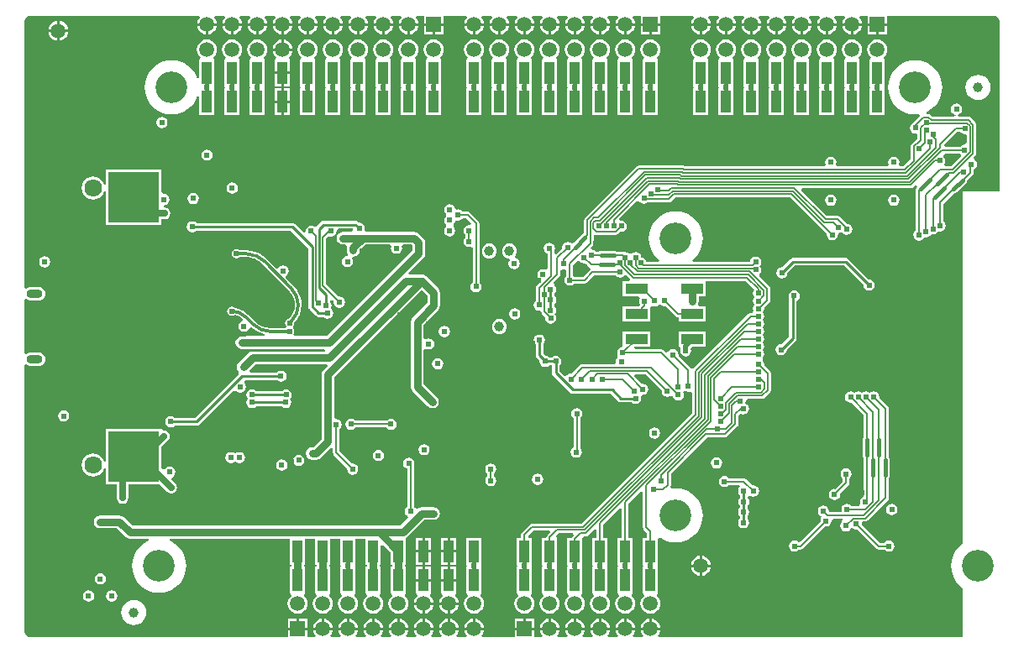
<source format=gbl>
G04 Layer_Physical_Order=4*
G04 Layer_Color=16711680*
%FSLAX24Y24*%
%MOIN*%
G70*
G01*
G75*
%ADD10C,0.0060*%
%ADD11C,0.0150*%
%ADD13C,0.0138*%
%ADD19C,0.0394*%
%ADD49R,0.0402X0.0862*%
%ADD58C,0.0200*%
%ADD59C,0.0100*%
%ADD60C,0.0300*%
%ADD61C,0.0250*%
%ADD62C,0.0090*%
%ADD66C,0.0591*%
%ADD67O,0.0630X0.0354*%
%ADD68C,0.0390*%
%ADD69C,0.0701*%
%ADD70R,0.0591X0.0591*%
%ADD71C,0.1260*%
%ADD72C,0.0240*%
%ADD73C,0.0260*%
%ADD74C,0.1969*%
G04:AMPARAMS|DCode=75|XSize=393.7mil|YSize=393.7mil|CornerRadius=98.4mil|HoleSize=0mil|Usage=FLASHONLY|Rotation=270.000|XOffset=0mil|YOffset=0mil|HoleType=Round|Shape=RoundedRectangle|*
%AMROUNDEDRECTD75*
21,1,0.3937,0.1969,0,0,270.0*
21,1,0.1969,0.3937,0,0,270.0*
1,1,0.1969,-0.0984,-0.0984*
1,1,0.1969,-0.0984,0.0984*
1,1,0.1969,0.0984,0.0984*
1,1,0.1969,0.0984,-0.0984*
%
%ADD75ROUNDEDRECTD75*%
%ADD76R,0.2000X0.2000*%
%ADD77R,0.0874X0.0402*%
G36*
X38696Y12331D02*
X38777Y12277D01*
X38831Y12196D01*
X38835Y12175D01*
X38847Y12100D01*
X38847Y12020D01*
X38847Y12020D01*
Y5400D01*
X38831Y5380D01*
X37401D01*
X37400Y-8607D01*
X37366Y-8628D01*
X37238Y-8738D01*
X37128Y-8866D01*
X37039Y-9011D01*
X36975Y-9167D01*
X36935Y-9331D01*
X36922Y-9500D01*
X36935Y-9669D01*
X36975Y-9833D01*
X37039Y-9989D01*
X37128Y-10134D01*
X37238Y-10262D01*
X37366Y-10372D01*
X37400Y-10393D01*
X37400Y-12347D01*
X25328D01*
X25309Y-12320D01*
X25293Y-12267D01*
X25345Y-12199D01*
X25385Y-12103D01*
X25392Y-12050D01*
X24608D01*
X24615Y-12103D01*
X24655Y-12199D01*
X24707Y-12267D01*
X24691Y-12320D01*
X24672Y-12347D01*
X24328D01*
X24309Y-12320D01*
X24293Y-12267D01*
X24345Y-12199D01*
X24385Y-12103D01*
X24392Y-12050D01*
X23608D01*
X23615Y-12103D01*
X23655Y-12199D01*
X23707Y-12267D01*
X23691Y-12320D01*
X23672Y-12347D01*
X23328D01*
X23309Y-12320D01*
X23293Y-12267D01*
X23345Y-12199D01*
X23385Y-12103D01*
X23392Y-12050D01*
X22608D01*
X22615Y-12103D01*
X22655Y-12199D01*
X22707Y-12267D01*
X22691Y-12320D01*
X22672Y-12347D01*
X22328D01*
X22309Y-12320D01*
X22293Y-12267D01*
X22345Y-12199D01*
X22385Y-12103D01*
X22392Y-12050D01*
X21608D01*
X21615Y-12103D01*
X21655Y-12199D01*
X21707Y-12267D01*
X21691Y-12320D01*
X21672Y-12347D01*
X21328D01*
X21309Y-12320D01*
X21293Y-12267D01*
X21345Y-12199D01*
X21385Y-12103D01*
X21392Y-12050D01*
X20608D01*
X20615Y-12103D01*
X20655Y-12199D01*
X20707Y-12267D01*
X20691Y-12320D01*
X20672Y-12347D01*
X20395D01*
Y-12050D01*
X19605D01*
Y-12347D01*
X18328D01*
X18309Y-12320D01*
X18293Y-12267D01*
X18345Y-12199D01*
X18385Y-12103D01*
X18392Y-12050D01*
X17608D01*
X17615Y-12103D01*
X17655Y-12199D01*
X17707Y-12267D01*
X17691Y-12320D01*
X17672Y-12347D01*
X17328D01*
X17309Y-12320D01*
X17293Y-12267D01*
X17345Y-12199D01*
X17385Y-12103D01*
X17392Y-12050D01*
X16608D01*
X16615Y-12103D01*
X16655Y-12199D01*
X16707Y-12267D01*
X16691Y-12320D01*
X16672Y-12347D01*
X16328D01*
X16309Y-12320D01*
X16293Y-12267D01*
X16345Y-12199D01*
X16385Y-12103D01*
X16392Y-12050D01*
X15608D01*
X15615Y-12103D01*
X15655Y-12199D01*
X15707Y-12267D01*
X15691Y-12320D01*
X15672Y-12347D01*
X15328D01*
X15309Y-12320D01*
X15293Y-12267D01*
X15345Y-12199D01*
X15385Y-12103D01*
X15392Y-12050D01*
X14608D01*
X14615Y-12103D01*
X14655Y-12199D01*
X14707Y-12267D01*
X14691Y-12320D01*
X14672Y-12347D01*
X14328D01*
X14309Y-12320D01*
X14293Y-12267D01*
X14345Y-12199D01*
X14385Y-12103D01*
X14392Y-12050D01*
X13608D01*
X13615Y-12103D01*
X13655Y-12199D01*
X13707Y-12267D01*
X13691Y-12320D01*
X13672Y-12347D01*
X13328D01*
X13309Y-12320D01*
X13293Y-12267D01*
X13345Y-12199D01*
X13385Y-12103D01*
X13392Y-12050D01*
X12608D01*
X12615Y-12103D01*
X12655Y-12199D01*
X12707Y-12267D01*
X12691Y-12320D01*
X12672Y-12347D01*
X12328D01*
X12309Y-12320D01*
X12293Y-12267D01*
X12345Y-12199D01*
X12385Y-12103D01*
X12392Y-12050D01*
X11608D01*
X11615Y-12103D01*
X11655Y-12199D01*
X11707Y-12267D01*
X11691Y-12320D01*
X11672Y-12347D01*
X11395D01*
Y-12050D01*
X10605D01*
Y-12347D01*
X400D01*
X393Y-12348D01*
X304Y-12331D01*
X223Y-12277D01*
X169Y-12196D01*
X152Y-12107D01*
X153Y-12100D01*
X153Y-1528D01*
X218Y-1502D01*
X233Y-1499D01*
X288Y-1541D01*
X355Y-1569D01*
X427Y-1579D01*
X703D01*
X775Y-1569D01*
X843Y-1541D01*
X901Y-1497D01*
X945Y-1439D01*
X973Y-1372D01*
X983Y-1299D01*
X973Y-1227D01*
X945Y-1159D01*
X901Y-1102D01*
X843Y-1057D01*
X775Y-1029D01*
X703Y-1020D01*
X427D01*
X355Y-1029D01*
X288Y-1057D01*
X233Y-1099D01*
X218Y-1097D01*
X153Y-1070D01*
Y1070D01*
X218Y1097D01*
X233Y1099D01*
X288Y1057D01*
X355Y1029D01*
X427Y1020D01*
X703D01*
X775Y1029D01*
X843Y1057D01*
X901Y1102D01*
X945Y1159D01*
X973Y1227D01*
X983Y1299D01*
X973Y1372D01*
X945Y1439D01*
X901Y1497D01*
X843Y1541D01*
X775Y1569D01*
X703Y1579D01*
X427D01*
X355Y1569D01*
X288Y1541D01*
X233Y1499D01*
X218Y1502D01*
X153Y1528D01*
X153Y12110D01*
X152Y12114D01*
X169Y12199D01*
X222Y12278D01*
X301Y12331D01*
X323Y12335D01*
X398Y12347D01*
X400Y12347D01*
X478Y12347D01*
X7072D01*
X7091Y12320D01*
X7107Y12267D01*
X7055Y12199D01*
X7015Y12103D01*
X7008Y12050D01*
X7400D01*
X7792D01*
X7785Y12103D01*
X7745Y12199D01*
X7693Y12267D01*
X7709Y12320D01*
X7728Y12347D01*
X8072D01*
X8091Y12320D01*
X8107Y12267D01*
X8055Y12199D01*
X8015Y12103D01*
X8008Y12050D01*
X8400D01*
X8792D01*
X8785Y12103D01*
X8745Y12199D01*
X8693Y12267D01*
X8709Y12320D01*
X8728Y12347D01*
X9072D01*
X9091Y12320D01*
X9107Y12267D01*
X9055Y12199D01*
X9015Y12103D01*
X9008Y12050D01*
X9400D01*
X9792D01*
X9785Y12103D01*
X9745Y12199D01*
X9693Y12267D01*
X9709Y12320D01*
X9728Y12347D01*
X10072D01*
X10091Y12320D01*
X10107Y12267D01*
X10055Y12199D01*
X10015Y12103D01*
X10008Y12050D01*
X10400D01*
X10792D01*
X10785Y12103D01*
X10745Y12199D01*
X10693Y12267D01*
X10709Y12320D01*
X10728Y12347D01*
X11072D01*
X11091Y12320D01*
X11107Y12267D01*
X11055Y12199D01*
X11015Y12103D01*
X11008Y12050D01*
X11400D01*
X11792D01*
X11785Y12103D01*
X11745Y12199D01*
X11693Y12267D01*
X11709Y12320D01*
X11728Y12347D01*
X12072D01*
X12091Y12320D01*
X12107Y12267D01*
X12055Y12199D01*
X12015Y12103D01*
X12008Y12050D01*
X12400D01*
X12792D01*
X12785Y12103D01*
X12745Y12199D01*
X12693Y12267D01*
X12709Y12320D01*
X12728Y12347D01*
X13072D01*
X13091Y12320D01*
X13107Y12267D01*
X13055Y12199D01*
X13015Y12103D01*
X13008Y12050D01*
X13400D01*
X13792D01*
X13785Y12103D01*
X13745Y12199D01*
X13693Y12267D01*
X13709Y12320D01*
X13728Y12347D01*
X14072D01*
X14091Y12320D01*
X14107Y12267D01*
X14055Y12199D01*
X14015Y12103D01*
X14008Y12050D01*
X14400D01*
X14792D01*
X14785Y12103D01*
X14745Y12199D01*
X14693Y12267D01*
X14709Y12320D01*
X14728Y12347D01*
X15072D01*
X15091Y12320D01*
X15107Y12267D01*
X15055Y12199D01*
X15015Y12103D01*
X15008Y12050D01*
X15400D01*
X15792D01*
X15785Y12103D01*
X15745Y12199D01*
X15693Y12267D01*
X15709Y12320D01*
X15728Y12347D01*
X16005D01*
Y12050D01*
X16400D01*
X16795D01*
Y12347D01*
X17672D01*
X17691Y12320D01*
X17707Y12267D01*
X17655Y12199D01*
X17615Y12103D01*
X17608Y12050D01*
X18000D01*
X18392D01*
X18385Y12103D01*
X18345Y12199D01*
X18293Y12267D01*
X18309Y12320D01*
X18328Y12347D01*
X18672D01*
X18691Y12320D01*
X18707Y12267D01*
X18655Y12199D01*
X18615Y12103D01*
X18608Y12050D01*
X19000D01*
X19392D01*
X19385Y12103D01*
X19345Y12199D01*
X19293Y12267D01*
X19309Y12320D01*
X19328Y12347D01*
X19672D01*
X19691Y12320D01*
X19707Y12267D01*
X19655Y12199D01*
X19615Y12103D01*
X19608Y12050D01*
X20000D01*
X20392D01*
X20385Y12103D01*
X20345Y12199D01*
X20293Y12267D01*
X20309Y12320D01*
X20328Y12347D01*
X20672D01*
X20691Y12320D01*
X20707Y12267D01*
X20655Y12199D01*
X20615Y12103D01*
X20608Y12050D01*
X21000D01*
X21392D01*
X21385Y12103D01*
X21345Y12199D01*
X21293Y12267D01*
X21309Y12320D01*
X21328Y12347D01*
X21672D01*
X21691Y12320D01*
X21707Y12267D01*
X21655Y12199D01*
X21615Y12103D01*
X21608Y12050D01*
X22000D01*
X22392D01*
X22385Y12103D01*
X22345Y12199D01*
X22293Y12267D01*
X22309Y12320D01*
X22328Y12347D01*
X22672D01*
X22691Y12320D01*
X22707Y12267D01*
X22655Y12199D01*
X22615Y12103D01*
X22608Y12050D01*
X23000D01*
X23392D01*
X23385Y12103D01*
X23345Y12199D01*
X23293Y12267D01*
X23309Y12320D01*
X23328Y12347D01*
X23672D01*
X23691Y12320D01*
X23707Y12267D01*
X23655Y12199D01*
X23615Y12103D01*
X23608Y12050D01*
X24000D01*
X24392D01*
X24385Y12103D01*
X24345Y12199D01*
X24293Y12267D01*
X24309Y12320D01*
X24328Y12347D01*
X24605D01*
Y12050D01*
X25000D01*
X25395D01*
Y12347D01*
X26672D01*
X26691Y12320D01*
X26707Y12267D01*
X26655Y12199D01*
X26615Y12103D01*
X26608Y12050D01*
X27000D01*
X27392D01*
X27385Y12103D01*
X27345Y12199D01*
X27293Y12267D01*
X27309Y12320D01*
X27328Y12347D01*
X27672D01*
X27691Y12320D01*
X27707Y12267D01*
X27655Y12199D01*
X27615Y12103D01*
X27608Y12050D01*
X28000D01*
X28392D01*
X28385Y12103D01*
X28345Y12199D01*
X28293Y12267D01*
X28309Y12320D01*
X28328Y12347D01*
X28672D01*
X28691Y12320D01*
X28707Y12267D01*
X28655Y12199D01*
X28615Y12103D01*
X28608Y12050D01*
X29000D01*
X29392D01*
X29385Y12103D01*
X29345Y12199D01*
X29293Y12267D01*
X29309Y12320D01*
X29328Y12347D01*
X29672D01*
X29691Y12320D01*
X29707Y12267D01*
X29655Y12199D01*
X29615Y12103D01*
X29608Y12050D01*
X30000D01*
X30392D01*
X30385Y12103D01*
X30345Y12199D01*
X30293Y12267D01*
X30309Y12320D01*
X30328Y12347D01*
X30672D01*
X30691Y12320D01*
X30707Y12267D01*
X30655Y12199D01*
X30615Y12103D01*
X30608Y12050D01*
X31000D01*
X31392D01*
X31385Y12103D01*
X31345Y12199D01*
X31293Y12267D01*
X31309Y12320D01*
X31328Y12347D01*
X31672D01*
X31691Y12320D01*
X31707Y12267D01*
X31655Y12199D01*
X31615Y12103D01*
X31608Y12050D01*
X32000D01*
X32392D01*
X32385Y12103D01*
X32345Y12199D01*
X32293Y12267D01*
X32309Y12320D01*
X32328Y12347D01*
X32672D01*
X32691Y12320D01*
X32707Y12267D01*
X32655Y12199D01*
X32615Y12103D01*
X32608Y12050D01*
X33000D01*
X33392D01*
X33385Y12103D01*
X33345Y12199D01*
X33293Y12267D01*
X33309Y12320D01*
X33328Y12347D01*
X33605D01*
Y12050D01*
X34000D01*
X34395D01*
Y12347D01*
X38600D01*
X38607Y12348D01*
X38696Y12331D01*
D02*
G37*
%LPC*%
G36*
X11036Y-5086D02*
X10950Y-5103D01*
X10877Y-5151D01*
X10829Y-5224D01*
X10812Y-5310D01*
X10829Y-5396D01*
X10877Y-5469D01*
X10950Y-5517D01*
X11036Y-5534D01*
X11122Y-5517D01*
X11195Y-5469D01*
X11243Y-5396D01*
X11260Y-5310D01*
X11243Y-5224D01*
X11195Y-5151D01*
X11122Y-5103D01*
X11036Y-5086D01*
D02*
G37*
G36*
X5599Y-4050D02*
X3399D01*
Y-5380D01*
X3319Y-5385D01*
X3319Y-5382D01*
X3273Y-5273D01*
X3201Y-5179D01*
X3107Y-5107D01*
X2998Y-5061D01*
X2880Y-5046D01*
X2762Y-5061D01*
X2653Y-5107D01*
X2559Y-5179D01*
X2486Y-5273D01*
X2441Y-5382D01*
X2426Y-5500D01*
X2441Y-5618D01*
X2486Y-5727D01*
X2559Y-5821D01*
X2653Y-5893D01*
X2762Y-5939D01*
X2880Y-5954D01*
X2998Y-5939D01*
X3107Y-5893D01*
X3201Y-5821D01*
X3273Y-5727D01*
X3319Y-5618D01*
X3319Y-5615D01*
X3399Y-5620D01*
Y-6250D01*
X3821D01*
Y-6804D01*
X3838Y-6892D01*
X3888Y-6966D01*
X3962Y-7016D01*
X4050Y-7034D01*
X4138Y-7016D01*
X4212Y-6966D01*
X4262Y-6892D01*
X4279Y-6804D01*
Y-6250D01*
X5506D01*
X5818Y-6562D01*
X5892Y-6612D01*
X5980Y-6629D01*
X6068Y-6612D01*
X6142Y-6562D01*
X6192Y-6488D01*
X6209Y-6400D01*
X6192Y-6312D01*
X6142Y-6238D01*
X5979Y-6074D01*
X6005Y-5987D01*
X6006Y-5987D01*
X6079Y-5939D01*
X6127Y-5866D01*
X6144Y-5780D01*
X6127Y-5694D01*
X6079Y-5621D01*
X6006Y-5573D01*
X5920Y-5556D01*
X5834Y-5573D01*
X5761Y-5621D01*
X5734Y-5662D01*
X5646Y-5679D01*
X5636Y-5677D01*
X5599Y-5648D01*
Y-4775D01*
X5862Y-4512D01*
X5912Y-4438D01*
X5929Y-4350D01*
X5912Y-4262D01*
X5862Y-4188D01*
X5788Y-4138D01*
X5700Y-4121D01*
X5679Y-4125D01*
X5599Y-4059D01*
Y-4050D01*
D02*
G37*
G36*
X27620Y-5186D02*
X27534Y-5203D01*
X27461Y-5251D01*
X27413Y-5324D01*
X27396Y-5410D01*
X27413Y-5496D01*
X27461Y-5569D01*
X27534Y-5617D01*
X27620Y-5634D01*
X27706Y-5617D01*
X27779Y-5569D01*
X27827Y-5496D01*
X27844Y-5410D01*
X27827Y-5324D01*
X27779Y-5251D01*
X27706Y-5203D01*
X27620Y-5186D01*
D02*
G37*
G36*
X20520Y-5846D02*
X20434Y-5863D01*
X20361Y-5911D01*
X20313Y-5984D01*
X20296Y-6070D01*
X20313Y-6156D01*
X20361Y-6229D01*
X20434Y-6277D01*
X20520Y-6294D01*
X20606Y-6277D01*
X20679Y-6229D01*
X20727Y-6156D01*
X20744Y-6070D01*
X20727Y-5984D01*
X20679Y-5911D01*
X20606Y-5863D01*
X20520Y-5846D01*
D02*
G37*
G36*
X10364Y-5273D02*
X10278Y-5291D01*
X10205Y-5339D01*
X10157Y-5412D01*
X10140Y-5498D01*
X10157Y-5584D01*
X10205Y-5656D01*
X10278Y-5705D01*
X10364Y-5722D01*
X10450Y-5705D01*
X10522Y-5656D01*
X10571Y-5584D01*
X10588Y-5498D01*
X10571Y-5412D01*
X10522Y-5339D01*
X10450Y-5291D01*
X10364Y-5273D01*
D02*
G37*
G36*
X14200Y-4896D02*
X14114Y-4913D01*
X14041Y-4961D01*
X13993Y-5034D01*
X13976Y-5120D01*
X13993Y-5206D01*
X14041Y-5279D01*
X14114Y-5327D01*
X14200Y-5344D01*
X14286Y-5327D01*
X14359Y-5279D01*
X14407Y-5206D01*
X14424Y-5120D01*
X14407Y-5034D01*
X14359Y-4961D01*
X14286Y-4913D01*
X14200Y-4896D01*
D02*
G37*
G36*
X25160Y-4006D02*
X25074Y-4023D01*
X25001Y-4071D01*
X24953Y-4144D01*
X24936Y-4230D01*
X24953Y-4316D01*
X25001Y-4389D01*
X25074Y-4437D01*
X25160Y-4454D01*
X25246Y-4437D01*
X25319Y-4389D01*
X25367Y-4316D01*
X25384Y-4230D01*
X25367Y-4144D01*
X25319Y-4071D01*
X25246Y-4023D01*
X25160Y-4006D01*
D02*
G37*
G36*
X1710Y-3326D02*
X1624Y-3343D01*
X1551Y-3391D01*
X1503Y-3464D01*
X1486Y-3550D01*
X1503Y-3636D01*
X1551Y-3709D01*
X1624Y-3757D01*
X1710Y-3774D01*
X1796Y-3757D01*
X1869Y-3709D01*
X1917Y-3636D01*
X1934Y-3550D01*
X1917Y-3464D01*
X1869Y-3391D01*
X1796Y-3343D01*
X1710Y-3326D01*
D02*
G37*
G36*
X8683Y-4983D02*
X8598Y-5000D01*
X8579Y-5012D01*
X8516Y-5044D01*
X8453Y-5012D01*
X8435Y-5000D01*
X8349Y-4983D01*
X8263Y-5000D01*
X8190Y-5048D01*
X8142Y-5121D01*
X8124Y-5207D01*
X8142Y-5293D01*
X8190Y-5365D01*
X8263Y-5414D01*
X8349Y-5431D01*
X8435Y-5414D01*
X8453Y-5402D01*
X8516Y-5370D01*
X8579Y-5402D01*
X8598Y-5414D01*
X8683Y-5431D01*
X8769Y-5414D01*
X8842Y-5365D01*
X8891Y-5293D01*
X8908Y-5207D01*
X8891Y-5121D01*
X8842Y-5048D01*
X8769Y-5000D01*
X8683Y-4983D01*
D02*
G37*
G36*
X22070Y-3236D02*
X21984Y-3253D01*
X21911Y-3301D01*
X21863Y-3374D01*
X21846Y-3460D01*
X21863Y-3546D01*
X21911Y-3619D01*
X21937Y-3636D01*
Y-4801D01*
X21891Y-4831D01*
X21843Y-4904D01*
X21826Y-4990D01*
X21843Y-5076D01*
X21891Y-5149D01*
X21964Y-5197D01*
X22050Y-5214D01*
X22136Y-5197D01*
X22209Y-5149D01*
X22257Y-5076D01*
X22274Y-4990D01*
X22257Y-4904D01*
X22209Y-4831D01*
X22203Y-4827D01*
Y-3636D01*
X22229Y-3619D01*
X22277Y-3546D01*
X22294Y-3460D01*
X22277Y-3374D01*
X22229Y-3301D01*
X22156Y-3253D01*
X22070Y-3236D01*
D02*
G37*
G36*
X16010Y-4666D02*
X15924Y-4683D01*
X15851Y-4731D01*
X15803Y-4804D01*
X15786Y-4890D01*
X15803Y-4976D01*
X15851Y-5049D01*
X15924Y-5097D01*
X16010Y-5114D01*
X16096Y-5097D01*
X16169Y-5049D01*
X16217Y-4976D01*
X16234Y-4890D01*
X16217Y-4804D01*
X16169Y-4731D01*
X16096Y-4683D01*
X16010Y-4666D01*
D02*
G37*
G36*
X18660Y-5436D02*
X18574Y-5453D01*
X18501Y-5501D01*
X18453Y-5574D01*
X18436Y-5660D01*
X18453Y-5746D01*
X18501Y-5819D01*
X18527Y-5836D01*
Y-5944D01*
X18501Y-5961D01*
X18453Y-6034D01*
X18436Y-6120D01*
X18453Y-6206D01*
X18501Y-6279D01*
X18574Y-6327D01*
X18660Y-6344D01*
X18746Y-6327D01*
X18819Y-6279D01*
X18867Y-6206D01*
X18884Y-6120D01*
X18867Y-6034D01*
X18819Y-5961D01*
X18793Y-5944D01*
Y-5836D01*
X18819Y-5819D01*
X18867Y-5746D01*
X18884Y-5660D01*
X18867Y-5574D01*
X18819Y-5501D01*
X18746Y-5453D01*
X18660Y-5436D01*
D02*
G37*
G36*
X15950Y-8392D02*
X15699D01*
Y-8873D01*
X15950D01*
Y-8392D01*
D02*
G37*
G36*
X16301D02*
X16050D01*
Y-8873D01*
X16301D01*
Y-8392D01*
D02*
G37*
G36*
X27050Y-9108D02*
Y-9450D01*
X27392D01*
X27385Y-9397D01*
X27345Y-9301D01*
X27282Y-9218D01*
X27199Y-9155D01*
X27103Y-9115D01*
X27050Y-9108D01*
D02*
G37*
G36*
X17301Y-8973D02*
X17050D01*
Y-9454D01*
X17301D01*
Y-8973D01*
D02*
G37*
G36*
X26950Y-9108D02*
X26897Y-9115D01*
X26801Y-9155D01*
X26718Y-9218D01*
X26655Y-9301D01*
X26615Y-9397D01*
X26608Y-9450D01*
X26950D01*
Y-9108D01*
D02*
G37*
G36*
X16950Y-8392D02*
X16699D01*
Y-8873D01*
X16950D01*
Y-8392D01*
D02*
G37*
G36*
X27930Y-5926D02*
X27844Y-5943D01*
X27771Y-5991D01*
X27723Y-6064D01*
X27706Y-6150D01*
X27723Y-6236D01*
X27771Y-6309D01*
X27844Y-6357D01*
X27930Y-6374D01*
X28016Y-6357D01*
X28089Y-6309D01*
X28106Y-6283D01*
X28523D01*
X28548Y-6363D01*
X28534Y-6371D01*
X28486Y-6444D01*
X28469Y-6530D01*
X28486Y-6616D01*
X28534Y-6689D01*
X28540Y-6692D01*
Y-6790D01*
X28538Y-6791D01*
X28489Y-6864D01*
X28472Y-6950D01*
X28489Y-7036D01*
X28538Y-7109D01*
X28540Y-7110D01*
Y-7208D01*
X28534Y-7211D01*
X28486Y-7284D01*
X28469Y-7370D01*
X28486Y-7456D01*
X28534Y-7529D01*
X28540Y-7532D01*
Y-7628D01*
X28534Y-7631D01*
X28486Y-7704D01*
X28469Y-7790D01*
X28486Y-7876D01*
X28534Y-7949D01*
X28607Y-7997D01*
X28693Y-8014D01*
X28779Y-7997D01*
X28852Y-7949D01*
X28900Y-7876D01*
X28917Y-7790D01*
X28900Y-7704D01*
X28852Y-7631D01*
X28846Y-7628D01*
Y-7532D01*
X28852Y-7529D01*
X28900Y-7456D01*
X28917Y-7370D01*
X28900Y-7284D01*
X28852Y-7211D01*
X28846Y-7208D01*
Y-7114D01*
X28855Y-7109D01*
X28903Y-7036D01*
X28920Y-6950D01*
X28903Y-6864D01*
X28856Y-6794D01*
X28856Y-6777D01*
X28858Y-6749D01*
X28925Y-6699D01*
X28940Y-6701D01*
X28994Y-6737D01*
X29080Y-6754D01*
X29166Y-6737D01*
X29239Y-6689D01*
X29287Y-6616D01*
X29304Y-6530D01*
X29287Y-6444D01*
X29239Y-6371D01*
X29166Y-6323D01*
X29080Y-6306D01*
X29049Y-6312D01*
X28794Y-6056D01*
X28751Y-6028D01*
X28700Y-6017D01*
X28106D01*
X28089Y-5991D01*
X28016Y-5943D01*
X27930Y-5926D01*
D02*
G37*
G36*
X32760Y-5625D02*
X32674Y-5642D01*
X32601Y-5691D01*
X32553Y-5764D01*
X32536Y-5849D01*
X32553Y-5935D01*
X32601Y-6008D01*
X32627Y-6025D01*
Y-6154D01*
X32331Y-6451D01*
X32300Y-6445D01*
X32214Y-6462D01*
X32141Y-6510D01*
X32093Y-6583D01*
X32076Y-6669D01*
X32093Y-6755D01*
X32141Y-6827D01*
X32214Y-6876D01*
X32300Y-6893D01*
X32386Y-6876D01*
X32459Y-6827D01*
X32507Y-6755D01*
X32524Y-6669D01*
X32518Y-6638D01*
X32854Y-6303D01*
X32882Y-6260D01*
X32893Y-6209D01*
Y-6025D01*
X32919Y-6008D01*
X32967Y-5935D01*
X32984Y-5849D01*
X32967Y-5764D01*
X32919Y-5691D01*
X32846Y-5642D01*
X32760Y-5625D01*
D02*
G37*
G36*
X34570Y-7045D02*
X34484Y-7062D01*
X34411Y-7111D01*
X34363Y-7184D01*
X34346Y-7269D01*
X34363Y-7355D01*
X34411Y-7428D01*
X34484Y-7477D01*
X34570Y-7494D01*
X34656Y-7477D01*
X34729Y-7428D01*
X34777Y-7355D01*
X34794Y-7269D01*
X34777Y-7184D01*
X34729Y-7111D01*
X34656Y-7062D01*
X34570Y-7045D01*
D02*
G37*
G36*
X17301Y-8392D02*
X17050D01*
Y-8873D01*
X17301D01*
Y-8392D01*
D02*
G37*
G36*
X15406Y-5205D02*
X15321Y-5222D01*
X15248Y-5271D01*
X15199Y-5344D01*
X15182Y-5430D01*
X15199Y-5516D01*
X15248Y-5588D01*
X15321Y-5637D01*
X15337Y-5640D01*
Y-7154D01*
X15311Y-7171D01*
X15263Y-7244D01*
X15246Y-7330D01*
X15263Y-7416D01*
X15311Y-7489D01*
X15351Y-7515D01*
X15370Y-7610D01*
X15064Y-7915D01*
X4456D01*
X4114Y-7574D01*
X4032Y-7519D01*
X3934Y-7499D01*
X3164D01*
X3067Y-7519D01*
X2984Y-7574D01*
X2929Y-7657D01*
X2909Y-7754D01*
X2929Y-7852D01*
X2984Y-7934D01*
X3067Y-7990D01*
X3164Y-8009D01*
X3829D01*
X4170Y-8350D01*
X4252Y-8405D01*
X4350Y-8425D01*
X5078D01*
X5094Y-8505D01*
X5010Y-8539D01*
X4866Y-8628D01*
X4738Y-8738D01*
X4628Y-8866D01*
X4539Y-9011D01*
X4475Y-9167D01*
X4435Y-9331D01*
X4422Y-9500D01*
X4435Y-9669D01*
X4475Y-9833D01*
X4539Y-9989D01*
X4628Y-10134D01*
X4738Y-10262D01*
X4866Y-10372D01*
X5010Y-10461D01*
X5167Y-10525D01*
X5331Y-10565D01*
X5500Y-10578D01*
X5669Y-10565D01*
X5833Y-10525D01*
X5989Y-10461D01*
X6134Y-10372D01*
X6262Y-10262D01*
X6372Y-10134D01*
X6461Y-9989D01*
X6525Y-9833D01*
X6565Y-9669D01*
X6578Y-9500D01*
X6565Y-9331D01*
X6525Y-9167D01*
X6461Y-9011D01*
X6372Y-8866D01*
X6262Y-8738D01*
X6134Y-8628D01*
X5989Y-8539D01*
X5906Y-8505D01*
X5922Y-8425D01*
X10699D01*
Y-9454D01*
X10745D01*
Y-9546D01*
X10699D01*
Y-10608D01*
X10730D01*
X10757Y-10688D01*
X10718Y-10718D01*
X10655Y-10801D01*
X10615Y-10897D01*
X10601Y-11000D01*
X10615Y-11103D01*
X10655Y-11199D01*
X10718Y-11282D01*
X10801Y-11345D01*
X10897Y-11385D01*
X11000Y-11399D01*
X11103Y-11385D01*
X11199Y-11345D01*
X11282Y-11282D01*
X11345Y-11199D01*
X11385Y-11103D01*
X11399Y-11000D01*
X11385Y-10897D01*
X11345Y-10801D01*
X11282Y-10718D01*
X11243Y-10688D01*
X11270Y-10608D01*
X11301D01*
Y-9546D01*
X11255D01*
Y-9454D01*
X11301D01*
Y-8425D01*
X11699D01*
Y-9454D01*
X11745D01*
Y-9546D01*
X11699D01*
Y-10608D01*
X11730D01*
X11757Y-10688D01*
X11718Y-10718D01*
X11655Y-10801D01*
X11615Y-10897D01*
X11601Y-11000D01*
X11615Y-11103D01*
X11655Y-11199D01*
X11718Y-11282D01*
X11801Y-11345D01*
X11897Y-11385D01*
X12000Y-11399D01*
X12103Y-11385D01*
X12199Y-11345D01*
X12282Y-11282D01*
X12345Y-11199D01*
X12385Y-11103D01*
X12399Y-11000D01*
X12385Y-10897D01*
X12345Y-10801D01*
X12282Y-10718D01*
X12243Y-10688D01*
X12270Y-10608D01*
X12301D01*
Y-9546D01*
X12255D01*
Y-9454D01*
X12301D01*
Y-8425D01*
X12699D01*
Y-9454D01*
X12699D01*
X12711Y-9500D01*
X12699Y-9546D01*
X12699D01*
Y-10608D01*
X12730D01*
X12757Y-10688D01*
X12718Y-10718D01*
X12655Y-10801D01*
X12615Y-10897D01*
X12601Y-11000D01*
X12615Y-11103D01*
X12655Y-11199D01*
X12718Y-11282D01*
X12801Y-11345D01*
X12897Y-11385D01*
X13000Y-11399D01*
X13103Y-11385D01*
X13199Y-11345D01*
X13282Y-11282D01*
X13345Y-11199D01*
X13385Y-11103D01*
X13399Y-11000D01*
X13385Y-10897D01*
X13345Y-10801D01*
X13282Y-10718D01*
X13243Y-10688D01*
X13270Y-10608D01*
X13301D01*
Y-9546D01*
X13301D01*
X13289Y-9500D01*
X13301Y-9454D01*
X13301D01*
Y-8425D01*
X13699D01*
Y-9454D01*
X13745D01*
Y-9546D01*
X13699D01*
Y-10608D01*
X13730D01*
X13757Y-10688D01*
X13718Y-10718D01*
X13655Y-10801D01*
X13615Y-10897D01*
X13601Y-11000D01*
X13615Y-11103D01*
X13655Y-11199D01*
X13718Y-11282D01*
X13801Y-11345D01*
X13897Y-11385D01*
X14000Y-11399D01*
X14103Y-11385D01*
X14199Y-11345D01*
X14282Y-11282D01*
X14345Y-11199D01*
X14385Y-11103D01*
X14399Y-11000D01*
X14385Y-10897D01*
X14345Y-10801D01*
X14282Y-10718D01*
X14243Y-10688D01*
X14270Y-10608D01*
X14301D01*
Y-9546D01*
X14255D01*
Y-9454D01*
X14301D01*
Y-8689D01*
X14375Y-8658D01*
X14699Y-8983D01*
Y-9454D01*
X14745D01*
Y-9546D01*
X14699D01*
Y-10608D01*
X14730D01*
X14757Y-10688D01*
X14718Y-10718D01*
X14655Y-10801D01*
X14615Y-10897D01*
X14601Y-11000D01*
X14615Y-11103D01*
X14655Y-11199D01*
X14718Y-11282D01*
X14801Y-11345D01*
X14897Y-11385D01*
X15000Y-11399D01*
X15103Y-11385D01*
X15199Y-11345D01*
X15282Y-11282D01*
X15345Y-11199D01*
X15385Y-11103D01*
X15399Y-11000D01*
X15385Y-10897D01*
X15345Y-10801D01*
X15282Y-10718D01*
X15243Y-10688D01*
X15270Y-10608D01*
X15301D01*
Y-9546D01*
X15255D01*
Y-9454D01*
X15301D01*
Y-8392D01*
X15344Y-8354D01*
X15347Y-8352D01*
X15350Y-8350D01*
X16026Y-7675D01*
X16380D01*
X16478Y-7655D01*
X16560Y-7600D01*
X16616Y-7518D01*
X16635Y-7420D01*
X16616Y-7322D01*
X16560Y-7240D01*
X16478Y-7185D01*
X16380Y-7165D01*
X15920D01*
X15822Y-7185D01*
X15756Y-7229D01*
X15742Y-7232D01*
X15702Y-7227D01*
X15655Y-7211D01*
X15629Y-7171D01*
X15603Y-7154D01*
Y-5532D01*
X15614Y-5516D01*
X15631Y-5430D01*
X15614Y-5344D01*
X15565Y-5271D01*
X15492Y-5222D01*
X15406Y-5205D01*
D02*
G37*
G36*
X14696Y-3656D02*
X14610Y-3673D01*
X14537Y-3721D01*
X14520Y-3747D01*
X13286D01*
X13269Y-3721D01*
X13196Y-3673D01*
X13110Y-3656D01*
X13024Y-3673D01*
X12951Y-3721D01*
X12903Y-3794D01*
X12886Y-3880D01*
X12903Y-3966D01*
X12951Y-4039D01*
X13024Y-4087D01*
X13110Y-4104D01*
X13196Y-4087D01*
X13269Y-4039D01*
X13286Y-4013D01*
X14520D01*
X14537Y-4039D01*
X14610Y-4087D01*
X14696Y-4104D01*
X14782Y-4087D01*
X14855Y-4039D01*
X14903Y-3966D01*
X14920Y-3880D01*
X14903Y-3794D01*
X14855Y-3721D01*
X14782Y-3673D01*
X14696Y-3656D01*
D02*
G37*
G36*
X18600Y3298D02*
X18523Y3287D01*
X18451Y3258D01*
X18390Y3210D01*
X18342Y3149D01*
X18313Y3077D01*
X18302Y3000D01*
X18313Y2923D01*
X18342Y2851D01*
X18390Y2790D01*
X18451Y2742D01*
X18523Y2713D01*
X18600Y2702D01*
X18677Y2713D01*
X18749Y2742D01*
X18810Y2790D01*
X18858Y2851D01*
X18887Y2923D01*
X18898Y3000D01*
X18887Y3077D01*
X18858Y3149D01*
X18810Y3210D01*
X18749Y3258D01*
X18677Y3287D01*
X18600Y3298D01*
D02*
G37*
G36*
X13290Y4203D02*
X12030D01*
X11971Y4191D01*
X11922Y4158D01*
X11756Y3992D01*
X11734Y3978D01*
X11645Y3978D01*
X11616Y3997D01*
X11530Y4014D01*
X11444Y3997D01*
X11371Y3949D01*
X11323Y3876D01*
X11306Y3790D01*
X11310Y3770D01*
X11236Y3730D01*
X10898Y4068D01*
X10849Y4101D01*
X10790Y4113D01*
X6982D01*
X6979Y4119D01*
X6906Y4167D01*
X6820Y4184D01*
X6734Y4167D01*
X6661Y4119D01*
X6613Y4046D01*
X6596Y3960D01*
X6613Y3874D01*
X6661Y3801D01*
X6734Y3753D01*
X6820Y3736D01*
X6906Y3753D01*
X6979Y3801D01*
X6982Y3807D01*
X10727D01*
X11417Y3117D01*
Y790D01*
X11429Y731D01*
X11462Y682D01*
X11722Y422D01*
X11771Y389D01*
X11830Y377D01*
X12018D01*
X12021Y371D01*
X12094Y323D01*
X12180Y306D01*
X12266Y323D01*
X12339Y371D01*
X12387Y444D01*
X12404Y530D01*
X12387Y616D01*
X12339Y689D01*
X12305Y711D01*
X12327Y744D01*
X12344Y830D01*
X12327Y916D01*
X12284Y981D01*
X12291Y1028D01*
X12375Y1058D01*
X12432Y1001D01*
X12426Y970D01*
X12443Y884D01*
X12491Y811D01*
X12564Y763D01*
X12650Y746D01*
X12736Y763D01*
X12809Y811D01*
X12857Y884D01*
X12874Y970D01*
X12857Y1056D01*
X12809Y1129D01*
X12736Y1177D01*
X12650Y1194D01*
X12619Y1188D01*
X12123Y1685D01*
Y3485D01*
X12232Y3594D01*
X12234Y3593D01*
X12320Y3576D01*
X12406Y3593D01*
X12479Y3641D01*
X12527Y3714D01*
X12544Y3800D01*
X12541Y3817D01*
X12607Y3897D01*
X13173D01*
X13201Y3835D01*
X13157Y3765D01*
X12800D01*
X12702Y3746D01*
X12620Y3690D01*
X12565Y3608D01*
X12545Y3510D01*
X12565Y3412D01*
X12620Y3330D01*
X12702Y3275D01*
X12800Y3255D01*
X12887D01*
X12952Y3175D01*
X12945Y3140D01*
Y3030D01*
X12965Y2932D01*
X13000Y2880D01*
X12985Y2844D01*
X12958Y2802D01*
X12884Y2787D01*
X12811Y2739D01*
X12763Y2666D01*
X12746Y2580D01*
X12763Y2494D01*
X12811Y2421D01*
X12884Y2373D01*
X12970Y2356D01*
X13056Y2373D01*
X13129Y2421D01*
X13177Y2494D01*
X13194Y2580D01*
X13177Y2666D01*
X13152Y2703D01*
X13200Y2775D01*
X13298Y2794D01*
X13380Y2850D01*
X13435Y2932D01*
X13455Y3030D01*
Y3034D01*
X13676Y3255D01*
X14660D01*
X14705Y3175D01*
X14692Y3110D01*
X14709Y3024D01*
X14757Y2951D01*
X14830Y2903D01*
X14916Y2886D01*
X15002Y2903D01*
X15075Y2951D01*
X15123Y3024D01*
X15140Y3110D01*
X15127Y3175D01*
X15173Y3255D01*
X15504D01*
X15545Y3214D01*
Y3016D01*
X12150Y-380D01*
X10856D01*
X10850Y-373D01*
X10821Y-300D01*
X10846Y-263D01*
X10860Y-193D01*
X10846Y-122D01*
X10814Y-74D01*
X10806Y-34D01*
Y-12D01*
X10814Y28D01*
X10846Y76D01*
X10858Y141D01*
X10979Y288D01*
X11073Y463D01*
X11130Y653D01*
X11150Y850D01*
X11148D01*
X11135Y1022D01*
X11095Y1189D01*
X11029Y1348D01*
X10939Y1495D01*
X10827Y1626D01*
X10826Y1626D01*
X10521Y1930D01*
X10540Y2025D01*
X10579Y2051D01*
X10627Y2124D01*
X10644Y2210D01*
X10627Y2296D01*
X10579Y2369D01*
X10506Y2417D01*
X10420Y2434D01*
X10334Y2417D01*
X10261Y2369D01*
X10235Y2330D01*
X10141Y2311D01*
X9818Y2633D01*
X9763Y2691D01*
X9763Y2691D01*
X9627Y2806D01*
X9476Y2899D01*
X9312Y2967D01*
X9139Y3008D01*
X8962Y3022D01*
Y3021D01*
X8962Y3021D01*
X8693D01*
X8636Y3060D01*
X8566Y3074D01*
X8496Y3060D01*
X8436Y3020D01*
X8397Y2960D01*
X8383Y2890D01*
X8397Y2820D01*
X8436Y2760D01*
X8496Y2720D01*
X8566Y2706D01*
X8636Y2720D01*
X8693Y2759D01*
X8882D01*
X8882Y2759D01*
X8962Y2759D01*
X9039Y2753D01*
X9132Y2744D01*
X9295Y2694D01*
X9445Y2614D01*
X9573Y2509D01*
X9576Y2504D01*
X10640Y1440D01*
X10640Y1440D01*
X10640Y1440D01*
X10691Y1381D01*
X10745Y1314D01*
X10823Y1170D01*
X10870Y1013D01*
X10886Y855D01*
X10885Y850D01*
X10885Y846D01*
X10871Y704D01*
X10829Y564D01*
X10760Y435D01*
X10673Y329D01*
X10606Y316D01*
X10546Y276D01*
X10507Y217D01*
X10493Y146D01*
X10507Y76D01*
X10539Y28D01*
X10542Y9D01*
X10508Y-62D01*
X9924D01*
X9918Y-63D01*
X9754Y-47D01*
X9591Y2D01*
X9440Y83D01*
X9313Y187D01*
X9310Y192D01*
X9032Y470D01*
X9034Y471D01*
X8893Y587D01*
X8732Y673D01*
X8558Y725D01*
X8512Y730D01*
X8506Y740D01*
X8446Y780D01*
X8376Y794D01*
X8306Y780D01*
X8246Y740D01*
X8207Y680D01*
X8193Y610D01*
X8207Y540D01*
X8246Y480D01*
X8306Y440D01*
X8376Y426D01*
X8446Y440D01*
X8488Y468D01*
X8506Y467D01*
X8631Y429D01*
X8746Y367D01*
X8787Y333D01*
X8820Y306D01*
X8804Y230D01*
X8797Y220D01*
X8780Y217D01*
X8707Y169D01*
X8659Y96D01*
X8642Y10D01*
X8659Y-76D01*
X8707Y-149D01*
X8780Y-197D01*
X8866Y-214D01*
X8952Y-197D01*
X9025Y-149D01*
X9073Y-76D01*
X9077Y-60D01*
X9164Y-29D01*
X9258Y-110D01*
X9410Y-203D01*
X9574Y-271D01*
X9696Y-300D01*
X9686Y-380D01*
X8786D01*
X8689Y-399D01*
X8606Y-454D01*
X8551Y-537D01*
X8531Y-635D01*
X8551Y-732D01*
X8606Y-815D01*
X8689Y-870D01*
X8786Y-890D01*
X12052D01*
X12095Y-970D01*
X12084Y-985D01*
X9206D01*
X9109Y-1005D01*
X9026Y-1060D01*
X8656Y-1430D01*
X8601Y-1512D01*
X8581Y-1610D01*
X8601Y-1708D01*
X8656Y-1790D01*
X8662Y-1800D01*
X8663Y-1891D01*
X6927Y-3627D01*
X6122D01*
X6119Y-3621D01*
X6046Y-3573D01*
X5960Y-3556D01*
X5874Y-3573D01*
X5801Y-3621D01*
X5753Y-3694D01*
X5736Y-3780D01*
X5753Y-3866D01*
X5801Y-3939D01*
X5874Y-3987D01*
X5960Y-4004D01*
X6046Y-3987D01*
X6119Y-3939D01*
X6122Y-3933D01*
X6990D01*
X7049Y-3921D01*
X7098Y-3888D01*
X8448Y-2538D01*
X8551Y-2549D01*
X8557Y-2559D01*
X8630Y-2607D01*
X8716Y-2624D01*
X8802Y-2607D01*
X8875Y-2559D01*
X8923Y-2486D01*
X8940Y-2400D01*
X8923Y-2314D01*
X8875Y-2241D01*
X8895Y-2165D01*
X8934Y-2123D01*
X10168D01*
X10171Y-2129D01*
X10244Y-2177D01*
X10330Y-2194D01*
X10416Y-2177D01*
X10489Y-2129D01*
X10537Y-2056D01*
X10554Y-1970D01*
X10537Y-1884D01*
X10489Y-1811D01*
X10416Y-1763D01*
X10330Y-1746D01*
X10244Y-1763D01*
X10171Y-1811D01*
X10168Y-1817D01*
X9103D01*
X9069Y-1737D01*
X9312Y-1495D01*
X12138D01*
X12171Y-1575D01*
X12016Y-1730D01*
X11961Y-1812D01*
X11941Y-1910D01*
Y-4464D01*
X11620Y-4785D01*
X11570D01*
X11472Y-4805D01*
X11390Y-4860D01*
X11335Y-4942D01*
X11315Y-5040D01*
X11335Y-5138D01*
X11390Y-5220D01*
X11472Y-5275D01*
X11570Y-5295D01*
X11726D01*
X11824Y-5275D01*
X11906Y-5220D01*
X12314Y-4813D01*
X12394Y-4846D01*
Y-5010D01*
X12404Y-5061D01*
X12432Y-5104D01*
X12958Y-5629D01*
X12952Y-5660D01*
X12969Y-5746D01*
X13017Y-5819D01*
X13090Y-5867D01*
X13176Y-5884D01*
X13262Y-5867D01*
X13335Y-5819D01*
X13383Y-5746D01*
X13400Y-5660D01*
X13383Y-5574D01*
X13335Y-5501D01*
X13262Y-5453D01*
X13176Y-5436D01*
X13145Y-5442D01*
X12659Y-4955D01*
Y-4076D01*
X12685Y-4059D01*
X12733Y-3986D01*
X12750Y-3900D01*
X12733Y-3814D01*
X12685Y-3741D01*
X12612Y-3693D01*
X12526Y-3676D01*
X12513Y-3678D01*
X12451Y-3628D01*
Y-2016D01*
X15920Y1453D01*
X16141Y1232D01*
Y937D01*
X15566Y362D01*
X15511Y279D01*
X15491Y182D01*
Y-2390D01*
X15511Y-2488D01*
X15566Y-2570D01*
X16166Y-3170D01*
X16249Y-3225D01*
X16346Y-3245D01*
X16444Y-3225D01*
X16526Y-3170D01*
X16582Y-3088D01*
X16601Y-2990D01*
X16582Y-2892D01*
X16526Y-2810D01*
X16001Y-2284D01*
Y-920D01*
X16081Y-878D01*
X16110Y-897D01*
X16196Y-914D01*
X16282Y-897D01*
X16355Y-849D01*
X16403Y-776D01*
X16420Y-690D01*
X16403Y-604D01*
X16355Y-531D01*
X16282Y-483D01*
X16196Y-466D01*
X16110Y-483D01*
X16081Y-502D01*
X16001Y-460D01*
Y76D01*
X16576Y651D01*
X16632Y734D01*
X16651Y832D01*
Y1338D01*
X16632Y1435D01*
X16576Y1518D01*
X16100Y1994D01*
X16018Y2049D01*
X16018Y2049D01*
X16006Y2057D01*
X15920Y2074D01*
X15892Y2069D01*
X15424D01*
X15393Y2143D01*
X15980Y2730D01*
X16035Y2812D01*
X16055Y2910D01*
Y3320D01*
X16035Y3418D01*
X15980Y3500D01*
X15790Y3690D01*
X15708Y3746D01*
X15610Y3765D01*
X13703D01*
X13653Y3845D01*
X13664Y3900D01*
X13647Y3986D01*
X13599Y4059D01*
X13526Y4107D01*
X13440Y4124D01*
X13433Y4123D01*
X13398Y4158D01*
X13349Y4191D01*
X13290Y4203D01*
D02*
G37*
G36*
X960Y2794D02*
X874Y2777D01*
X801Y2729D01*
X753Y2656D01*
X736Y2570D01*
X753Y2484D01*
X801Y2411D01*
X874Y2363D01*
X960Y2346D01*
X1046Y2363D01*
X1119Y2411D01*
X1167Y2484D01*
X1184Y2570D01*
X1167Y2656D01*
X1119Y2729D01*
X1046Y2777D01*
X960Y2794D01*
D02*
G37*
G36*
X32750Y2718D02*
X30650D01*
X30593Y2707D01*
X30545Y2675D01*
X30223Y2352D01*
X30210Y2354D01*
X30124Y2337D01*
X30051Y2289D01*
X30003Y2216D01*
X29986Y2130D01*
X30003Y2044D01*
X30051Y1971D01*
X30124Y1923D01*
X30210Y1906D01*
X30296Y1923D01*
X30369Y1971D01*
X30417Y2044D01*
X30434Y2130D01*
X30432Y2143D01*
X30711Y2422D01*
X32689D01*
X33448Y1663D01*
X33446Y1650D01*
X33463Y1564D01*
X33511Y1491D01*
X33584Y1443D01*
X33670Y1426D01*
X33756Y1443D01*
X33829Y1491D01*
X33877Y1564D01*
X33894Y1650D01*
X33877Y1736D01*
X33829Y1809D01*
X33756Y1857D01*
X33670Y1874D01*
X33657Y1872D01*
X32855Y2675D01*
X32807Y2707D01*
X32750Y2718D01*
D02*
G37*
G36*
X19400Y3298D02*
X19323Y3287D01*
X19251Y3258D01*
X19190Y3210D01*
X19142Y3149D01*
X19113Y3077D01*
X19102Y3000D01*
X19113Y2923D01*
X19142Y2851D01*
X19190Y2790D01*
X19251Y2742D01*
X19323Y2713D01*
X19370Y2706D01*
X19407Y2638D01*
X19408Y2624D01*
X19383Y2586D01*
X19366Y2500D01*
X19383Y2414D01*
X19431Y2341D01*
X19504Y2293D01*
X19590Y2276D01*
X19676Y2293D01*
X19749Y2341D01*
X19797Y2414D01*
X19814Y2500D01*
X19797Y2586D01*
X19749Y2659D01*
X19676Y2707D01*
X19643Y2714D01*
X19625Y2755D01*
X19619Y2800D01*
X19658Y2851D01*
X19687Y2923D01*
X19698Y3000D01*
X19687Y3077D01*
X19658Y3149D01*
X19610Y3210D01*
X19549Y3258D01*
X19477Y3287D01*
X19400Y3298D01*
D02*
G37*
G36*
X17027Y4864D02*
X16941Y4847D01*
X16868Y4799D01*
X16820Y4726D01*
X16803Y4640D01*
X16820Y4554D01*
X16868Y4481D01*
X16873Y4478D01*
Y4382D01*
X16868Y4379D01*
X16820Y4306D01*
X16803Y4220D01*
X16820Y4134D01*
X16868Y4061D01*
X16873Y4058D01*
Y3962D01*
X16868Y3959D01*
X16820Y3886D01*
X16803Y3800D01*
X16820Y3714D01*
X16868Y3641D01*
X16941Y3593D01*
X17027Y3576D01*
X17113Y3593D01*
X17185Y3641D01*
X17234Y3714D01*
X17251Y3800D01*
X17234Y3886D01*
X17185Y3959D01*
X17181Y3962D01*
Y4058D01*
X17185Y4061D01*
X17234Y4134D01*
X17238Y4155D01*
X17272Y4218D01*
X17325Y4213D01*
X17360Y4206D01*
X17446Y4223D01*
X17519Y4271D01*
X17536Y4297D01*
X17685D01*
X17883Y4099D01*
X17844Y4026D01*
X17800Y4034D01*
X17714Y4017D01*
X17641Y3969D01*
X17593Y3896D01*
X17576Y3810D01*
X17593Y3724D01*
X17641Y3651D01*
X17667Y3634D01*
Y3556D01*
X17641Y3539D01*
X17593Y3466D01*
X17576Y3380D01*
X17593Y3294D01*
X17641Y3221D01*
X17714Y3173D01*
X17800Y3156D01*
X17857Y3167D01*
X17937Y3118D01*
Y1766D01*
X17911Y1749D01*
X17863Y1676D01*
X17846Y1590D01*
X17863Y1504D01*
X17911Y1431D01*
X17984Y1383D01*
X18070Y1366D01*
X18156Y1383D01*
X18229Y1431D01*
X18277Y1504D01*
X18294Y1590D01*
X18277Y1676D01*
X18229Y1749D01*
X18203Y1766D01*
Y4100D01*
X18192Y4151D01*
X18164Y4194D01*
X17834Y4524D01*
X17791Y4552D01*
X17740Y4563D01*
X17536D01*
X17519Y4589D01*
X17446Y4637D01*
X17360Y4654D01*
X17325Y4647D01*
X17272Y4642D01*
X17238Y4705D01*
X17234Y4726D01*
X17185Y4799D01*
X17113Y4847D01*
X17027Y4864D01*
D02*
G37*
G36*
X8400Y5724D02*
X8314Y5707D01*
X8241Y5659D01*
X8193Y5586D01*
X8176Y5500D01*
X8193Y5414D01*
X8241Y5341D01*
X8314Y5293D01*
X8400Y5276D01*
X8486Y5293D01*
X8559Y5341D01*
X8607Y5414D01*
X8624Y5500D01*
X8607Y5586D01*
X8559Y5659D01*
X8486Y5707D01*
X8400Y5724D01*
D02*
G37*
G36*
X5599Y6250D02*
X3399D01*
Y5620D01*
X3319Y5615D01*
X3319Y5618D01*
X3273Y5727D01*
X3201Y5821D01*
X3107Y5893D01*
X2998Y5939D01*
X2880Y5954D01*
X2762Y5939D01*
X2653Y5893D01*
X2559Y5821D01*
X2486Y5727D01*
X2441Y5618D01*
X2426Y5500D01*
X2441Y5382D01*
X2486Y5273D01*
X2559Y5179D01*
X2653Y5107D01*
X2762Y5061D01*
X2880Y5046D01*
X2998Y5061D01*
X3107Y5107D01*
X3201Y5179D01*
X3273Y5273D01*
X3319Y5382D01*
X3319Y5385D01*
X3399Y5380D01*
Y4050D01*
X5599D01*
Y4261D01*
X5720D01*
X5808Y4278D01*
X5882Y4328D01*
X5932Y4402D01*
X5949Y4490D01*
X5932Y4578D01*
X5882Y4652D01*
X5808Y4702D01*
X5720Y4719D01*
X5673D01*
X5662Y4750D01*
X5668Y4768D01*
X5716Y4831D01*
X5776Y4843D01*
X5849Y4891D01*
X5897Y4964D01*
X5914Y5050D01*
X5897Y5136D01*
X5849Y5209D01*
X5776Y5257D01*
X5690Y5274D01*
X5679Y5272D01*
X5599Y5338D01*
Y6250D01*
D02*
G37*
G36*
X6850Y5314D02*
X6764Y5297D01*
X6691Y5249D01*
X6643Y5176D01*
X6626Y5090D01*
X6643Y5004D01*
X6691Y4931D01*
X6764Y4883D01*
X6850Y4866D01*
X6936Y4883D01*
X7009Y4931D01*
X7057Y5004D01*
X7074Y5090D01*
X7057Y5176D01*
X7009Y5249D01*
X6936Y5297D01*
X6850Y5314D01*
D02*
G37*
G36*
X32150Y5244D02*
X32064Y5227D01*
X31991Y5179D01*
X31943Y5106D01*
X31926Y5020D01*
X31943Y4934D01*
X31991Y4861D01*
X32064Y4813D01*
X32150Y4796D01*
X32236Y4813D01*
X32309Y4861D01*
X32357Y4934D01*
X32374Y5020D01*
X32357Y5106D01*
X32309Y5179D01*
X32236Y5227D01*
X32150Y5244D01*
D02*
G37*
G36*
X34650D02*
X34564Y5227D01*
X34491Y5179D01*
X34443Y5106D01*
X34426Y5020D01*
X34443Y4934D01*
X34491Y4861D01*
X34564Y4813D01*
X34650Y4796D01*
X34736Y4813D01*
X34809Y4861D01*
X34857Y4934D01*
X34874Y5020D01*
X34857Y5106D01*
X34809Y5179D01*
X34736Y5227D01*
X34650Y5244D01*
D02*
G37*
G36*
X19610Y724D02*
X19524Y707D01*
X19451Y659D01*
X19403Y586D01*
X19386Y500D01*
X19403Y414D01*
X19451Y341D01*
X19524Y293D01*
X19610Y276D01*
X19696Y293D01*
X19769Y341D01*
X19817Y414D01*
X19834Y500D01*
X19817Y586D01*
X19769Y659D01*
X19696Y707D01*
X19610Y724D01*
D02*
G37*
G36*
X6571Y-50D02*
X4549D01*
Y-2072D01*
X5483D01*
X5653Y-2058D01*
X5819Y-2019D01*
X5977Y-1953D01*
X6123Y-1864D01*
X6252Y-1753D01*
X6363Y-1624D01*
X6452Y-1478D01*
X6518Y-1320D01*
X6558Y-1154D01*
X6571Y-984D01*
Y-50D01*
D02*
G37*
G36*
X16556Y-1256D02*
X16470Y-1273D01*
X16397Y-1321D01*
X16349Y-1394D01*
X16332Y-1480D01*
X16349Y-1566D01*
X16397Y-1639D01*
X16470Y-1687D01*
X16556Y-1704D01*
X16642Y-1687D01*
X16715Y-1639D01*
X16763Y-1566D01*
X16780Y-1480D01*
X16763Y-1394D01*
X16715Y-1321D01*
X16642Y-1273D01*
X16556Y-1256D01*
D02*
G37*
G36*
X4449Y-50D02*
X2427D01*
Y-984D01*
X2441Y-1154D01*
X2480Y-1320D01*
X2546Y-1478D01*
X2635Y-1624D01*
X2746Y-1753D01*
X2876Y-1864D01*
X3021Y-1953D01*
X3179Y-2019D01*
X3345Y-2058D01*
X3515Y-2072D01*
X4449D01*
Y-50D01*
D02*
G37*
G36*
X33850Y-2576D02*
X33764Y-2593D01*
X33700Y-2636D01*
X33636Y-2593D01*
X33550Y-2576D01*
X33464Y-2593D01*
X33398Y-2637D01*
X33333Y-2593D01*
X33247Y-2576D01*
X33161Y-2593D01*
X33093Y-2638D01*
X33026Y-2593D01*
X32940Y-2576D01*
X32854Y-2593D01*
X32781Y-2641D01*
X32733Y-2714D01*
X32716Y-2800D01*
X32733Y-2886D01*
X32781Y-2959D01*
X32854Y-3007D01*
X32940Y-3024D01*
X32971Y-3018D01*
X33457Y-3505D01*
Y-4383D01*
X33425Y-4432D01*
X33412Y-4500D01*
Y-5100D01*
X33425Y-5168D01*
X33457Y-5217D01*
Y-6740D01*
X33444Y-6742D01*
X33371Y-6791D01*
X33323Y-6864D01*
X33306Y-6949D01*
X33323Y-7035D01*
X33330Y-7047D01*
X33288Y-7127D01*
X32966D01*
X32949Y-7101D01*
X32876Y-7052D01*
X32790Y-7035D01*
X32704Y-7052D01*
X32631Y-7101D01*
X32583Y-7174D01*
X32566Y-7259D01*
X32570Y-7283D01*
X32506Y-7363D01*
X32104D01*
X32084Y-7339D01*
X32067Y-7254D01*
X32019Y-7181D01*
X31946Y-7132D01*
X31860Y-7115D01*
X31774Y-7132D01*
X31701Y-7181D01*
X31653Y-7254D01*
X31636Y-7339D01*
X31653Y-7425D01*
X31701Y-7498D01*
X31774Y-7547D01*
X31761Y-7626D01*
X31753Y-7638D01*
X31736Y-7723D01*
X31742Y-7754D01*
X30952Y-8544D01*
X30869Y-8563D01*
X30796Y-8515D01*
X30710Y-8498D01*
X30624Y-8515D01*
X30551Y-8563D01*
X30503Y-8636D01*
X30486Y-8722D01*
X30503Y-8808D01*
X30551Y-8881D01*
X30624Y-8929D01*
X30710Y-8946D01*
X30796Y-8929D01*
X30869Y-8881D01*
X30886Y-8855D01*
X30961D01*
X31012Y-8844D01*
X31055Y-8816D01*
X31929Y-7942D01*
X31960Y-7948D01*
X32046Y-7931D01*
X32119Y-7882D01*
X32167Y-7809D01*
X32184Y-7723D01*
X32181Y-7708D01*
X32247Y-7628D01*
X32596D01*
X32608Y-7643D01*
X32591Y-7751D01*
X32591Y-7751D01*
X32543Y-7824D01*
X32526Y-7909D01*
X32543Y-7995D01*
X32591Y-8068D01*
X32664Y-8117D01*
X32750Y-8134D01*
X32836Y-8117D01*
X32909Y-8068D01*
X32931Y-8035D01*
X32975Y-8000D01*
X33033Y-8015D01*
X33064Y-8035D01*
X33150Y-8052D01*
X33181Y-8046D01*
X33950Y-8816D01*
X33993Y-8844D01*
X34044Y-8855D01*
X34284D01*
X34301Y-8881D01*
X34374Y-8929D01*
X34460Y-8946D01*
X34546Y-8929D01*
X34619Y-8881D01*
X34667Y-8808D01*
X34684Y-8722D01*
X34667Y-8636D01*
X34619Y-8563D01*
X34546Y-8515D01*
X34460Y-8498D01*
X34374Y-8515D01*
X34301Y-8563D01*
X34284Y-8589D01*
X34099D01*
X33368Y-7859D01*
X33374Y-7828D01*
X33371Y-7810D01*
X33421Y-7748D01*
X33509D01*
X33560Y-7738D01*
X33603Y-7709D01*
X34414Y-6898D01*
X34442Y-6855D01*
X34453Y-6805D01*
Y-6017D01*
X34485Y-5968D01*
X34498Y-5900D01*
Y-5300D01*
X34485Y-5232D01*
X34453Y-5183D01*
Y-3270D01*
X34442Y-3219D01*
X34414Y-3176D01*
X34068Y-2831D01*
X34074Y-2800D01*
X34057Y-2714D01*
X34009Y-2641D01*
X33936Y-2593D01*
X33850Y-2576D01*
D02*
G37*
G36*
X10536Y-2486D02*
X10450Y-2503D01*
X10377Y-2551D01*
X10374Y-2557D01*
X9348D01*
X9345Y-2551D01*
X9272Y-2503D01*
X9186Y-2486D01*
X9100Y-2503D01*
X9027Y-2551D01*
X8979Y-2624D01*
X8962Y-2710D01*
X8979Y-2796D01*
X9022Y-2860D01*
X8979Y-2924D01*
X8962Y-3010D01*
X8979Y-3096D01*
X9027Y-3169D01*
X9100Y-3217D01*
X9186Y-3234D01*
X9272Y-3217D01*
X9345Y-3169D01*
X9348Y-3163D01*
X10364D01*
X10367Y-3169D01*
X10440Y-3217D01*
X10526Y-3234D01*
X10612Y-3217D01*
X10685Y-3169D01*
X10733Y-3096D01*
X10750Y-3010D01*
X10733Y-2924D01*
X10695Y-2867D01*
X10743Y-2796D01*
X10760Y-2710D01*
X10743Y-2624D01*
X10695Y-2551D01*
X10622Y-2503D01*
X10536Y-2486D01*
D02*
G37*
G36*
X27199Y-199D02*
X26125D01*
Y-801D01*
X26159D01*
X26184Y-866D01*
X26185Y-881D01*
X26169Y-960D01*
X26186Y-1046D01*
X26235Y-1119D01*
X26308Y-1167D01*
X26394Y-1184D01*
X26480Y-1167D01*
X26552Y-1119D01*
X26601Y-1046D01*
X26618Y-960D01*
X26601Y-874D01*
X26598Y-869D01*
Y-853D01*
X26650Y-801D01*
X27199D01*
Y-199D01*
D02*
G37*
G36*
X4449Y2072D02*
X3515D01*
X3345Y2058D01*
X3179Y2019D01*
X3021Y1953D01*
X2876Y1864D01*
X2746Y1753D01*
X2635Y1624D01*
X2546Y1478D01*
X2480Y1320D01*
X2441Y1154D01*
X2427Y984D01*
Y50D01*
X4449D01*
Y2072D01*
D02*
G37*
G36*
X5483D02*
X4549D01*
Y50D01*
X6571D01*
Y984D01*
X6558Y1154D01*
X6518Y1320D01*
X6452Y1478D01*
X6363Y1624D01*
X6252Y1753D01*
X6123Y1864D01*
X5977Y1953D01*
X5819Y2019D01*
X5653Y2058D01*
X5483Y2072D01*
D02*
G37*
G36*
X19000Y298D02*
X18923Y287D01*
X18851Y258D01*
X18790Y210D01*
X18742Y149D01*
X18713Y77D01*
X18702Y-0D01*
X18713Y-77D01*
X18742Y-149D01*
X18790Y-210D01*
X18851Y-258D01*
X18923Y-287D01*
X19000Y-298D01*
X19077Y-287D01*
X19149Y-258D01*
X19210Y-210D01*
X19258Y-149D01*
X19287Y-77D01*
X19298Y-0D01*
X19287Y77D01*
X19258Y149D01*
X19210Y210D01*
X19149Y258D01*
X19077Y287D01*
X19000Y298D01*
D02*
G37*
G36*
X30700Y1444D02*
X30614Y1427D01*
X30541Y1379D01*
X30493Y1306D01*
X30476Y1220D01*
X30492Y1137D01*
Y-399D01*
X30193Y-698D01*
X30180Y-696D01*
X30094Y-713D01*
X30021Y-761D01*
X29973Y-834D01*
X29956Y-920D01*
X29973Y-1006D01*
X30021Y-1079D01*
X30094Y-1127D01*
X30180Y-1144D01*
X30266Y-1127D01*
X30339Y-1079D01*
X30387Y-1006D01*
X30404Y-920D01*
X30402Y-907D01*
X30745Y-565D01*
X30777Y-517D01*
X30788Y-460D01*
Y1014D01*
X30859Y1061D01*
X30907Y1134D01*
X30924Y1220D01*
X30907Y1306D01*
X30859Y1379D01*
X30786Y1427D01*
X30700Y1444D01*
D02*
G37*
G36*
X16816Y24D02*
X16730Y7D01*
X16657Y-41D01*
X16609Y-114D01*
X16592Y-200D01*
X16609Y-286D01*
X16657Y-359D01*
X16730Y-407D01*
X16816Y-424D01*
X16902Y-407D01*
X16975Y-359D01*
X17023Y-286D01*
X17040Y-200D01*
X17023Y-114D01*
X16975Y-41D01*
X16902Y7D01*
X16816Y24D01*
D02*
G37*
G36*
X16950Y-8973D02*
X16699D01*
Y-9454D01*
X16950D01*
Y-8973D01*
D02*
G37*
G36*
X18050Y-11608D02*
Y-11950D01*
X18392D01*
X18385Y-11897D01*
X18345Y-11801D01*
X18282Y-11718D01*
X18199Y-11655D01*
X18103Y-11615D01*
X18050Y-11608D01*
D02*
G37*
G36*
X19950Y-11605D02*
X19605D01*
Y-11950D01*
X19950D01*
Y-11605D01*
D02*
G37*
G36*
X17950Y-11608D02*
X17897Y-11615D01*
X17801Y-11655D01*
X17718Y-11718D01*
X17655Y-11801D01*
X17615Y-11897D01*
X17608Y-11950D01*
X17950D01*
Y-11608D01*
D02*
G37*
G36*
X16950D02*
X16897Y-11615D01*
X16801Y-11655D01*
X16718Y-11718D01*
X16655Y-11801D01*
X16615Y-11897D01*
X16608Y-11950D01*
X16950D01*
Y-11608D01*
D02*
G37*
G36*
X17050D02*
Y-11950D01*
X17392D01*
X17385Y-11897D01*
X17345Y-11801D01*
X17282Y-11718D01*
X17199Y-11655D01*
X17103Y-11615D01*
X17050Y-11608D01*
D02*
G37*
G36*
X20395Y-11605D02*
X20050D01*
Y-11950D01*
X20395D01*
Y-11605D01*
D02*
G37*
G36*
X22050Y-11608D02*
Y-11950D01*
X22392D01*
X22385Y-11897D01*
X22345Y-11801D01*
X22282Y-11718D01*
X22199Y-11655D01*
X22103Y-11615D01*
X22050Y-11608D01*
D02*
G37*
G36*
X22950D02*
X22897Y-11615D01*
X22801Y-11655D01*
X22718Y-11718D01*
X22655Y-11801D01*
X22615Y-11897D01*
X22608Y-11950D01*
X22950D01*
Y-11608D01*
D02*
G37*
G36*
X21950D02*
X21897Y-11615D01*
X21801Y-11655D01*
X21718Y-11718D01*
X21655Y-11801D01*
X21615Y-11897D01*
X21608Y-11950D01*
X21950D01*
Y-11608D01*
D02*
G37*
G36*
X20950D02*
X20897Y-11615D01*
X20801Y-11655D01*
X20718Y-11718D01*
X20655Y-11801D01*
X20615Y-11897D01*
X20608Y-11950D01*
X20950D01*
Y-11608D01*
D02*
G37*
G36*
X21050D02*
Y-11950D01*
X21392D01*
X21385Y-11897D01*
X21345Y-11801D01*
X21282Y-11718D01*
X21199Y-11655D01*
X21103Y-11615D01*
X21050Y-11608D01*
D02*
G37*
G36*
X16050D02*
Y-11950D01*
X16392D01*
X16385Y-11897D01*
X16345Y-11801D01*
X16282Y-11718D01*
X16199Y-11655D01*
X16103Y-11615D01*
X16050Y-11608D01*
D02*
G37*
G36*
X12050D02*
Y-11950D01*
X12392D01*
X12385Y-11897D01*
X12345Y-11801D01*
X12282Y-11718D01*
X12199Y-11655D01*
X12103Y-11615D01*
X12050Y-11608D01*
D02*
G37*
G36*
X12950D02*
X12897Y-11615D01*
X12801Y-11655D01*
X12718Y-11718D01*
X12655Y-11801D01*
X12615Y-11897D01*
X12608Y-11950D01*
X12950D01*
Y-11608D01*
D02*
G37*
G36*
X11950D02*
X11897Y-11615D01*
X11801Y-11655D01*
X11718Y-11718D01*
X11655Y-11801D01*
X11615Y-11897D01*
X11608Y-11950D01*
X11950D01*
Y-11608D01*
D02*
G37*
G36*
X10950Y-11605D02*
X10605D01*
Y-11950D01*
X10950D01*
Y-11605D01*
D02*
G37*
G36*
X11395D02*
X11050D01*
Y-11950D01*
X11395D01*
Y-11605D01*
D02*
G37*
G36*
X13050Y-11608D02*
Y-11950D01*
X13392D01*
X13385Y-11897D01*
X13345Y-11801D01*
X13282Y-11718D01*
X13199Y-11655D01*
X13103Y-11615D01*
X13050Y-11608D01*
D02*
G37*
G36*
X15050D02*
Y-11950D01*
X15392D01*
X15385Y-11897D01*
X15345Y-11801D01*
X15282Y-11718D01*
X15199Y-11655D01*
X15103Y-11615D01*
X15050Y-11608D01*
D02*
G37*
G36*
X15950D02*
X15897Y-11615D01*
X15801Y-11655D01*
X15718Y-11718D01*
X15655Y-11801D01*
X15615Y-11897D01*
X15608Y-11950D01*
X15950D01*
Y-11608D01*
D02*
G37*
G36*
X14950D02*
X14897Y-11615D01*
X14801Y-11655D01*
X14718Y-11718D01*
X14655Y-11801D01*
X14615Y-11897D01*
X14608Y-11950D01*
X14950D01*
Y-11608D01*
D02*
G37*
G36*
X13950D02*
X13897Y-11615D01*
X13801Y-11655D01*
X13718Y-11718D01*
X13655Y-11801D01*
X13615Y-11897D01*
X13608Y-11950D01*
X13950D01*
Y-11608D01*
D02*
G37*
G36*
X14050D02*
Y-11950D01*
X14392D01*
X14385Y-11897D01*
X14345Y-11801D01*
X14282Y-11718D01*
X14199Y-11655D01*
X14103Y-11615D01*
X14050Y-11608D01*
D02*
G37*
G36*
X23050D02*
Y-11950D01*
X23392D01*
X23385Y-11897D01*
X23345Y-11801D01*
X23282Y-11718D01*
X23199Y-11655D01*
X23103Y-11615D01*
X23050Y-11608D01*
D02*
G37*
G36*
X15950Y-9546D02*
X15699D01*
Y-10027D01*
X15950D01*
Y-9546D01*
D02*
G37*
G36*
X16301D02*
X16050D01*
Y-10027D01*
X16301D01*
Y-9546D01*
D02*
G37*
G36*
X3164Y-9795D02*
X3078Y-9813D01*
X3006Y-9861D01*
X2957Y-9934D01*
X2940Y-10020D01*
X2957Y-10106D01*
X3006Y-10178D01*
X3078Y-10227D01*
X3164Y-10244D01*
X3250Y-10227D01*
X3323Y-10178D01*
X3371Y-10106D01*
X3389Y-10020D01*
X3371Y-9934D01*
X3323Y-9861D01*
X3250Y-9813D01*
X3164Y-9795D01*
D02*
G37*
G36*
X2700Y-10481D02*
X2614Y-10498D01*
X2541Y-10547D01*
X2493Y-10620D01*
X2476Y-10705D01*
X2493Y-10791D01*
X2541Y-10864D01*
X2614Y-10913D01*
X2700Y-10930D01*
X2786Y-10913D01*
X2859Y-10864D01*
X2907Y-10791D01*
X2924Y-10705D01*
X2907Y-10620D01*
X2859Y-10547D01*
X2786Y-10498D01*
X2700Y-10481D01*
D02*
G37*
G36*
X3620D02*
X3534Y-10498D01*
X3461Y-10547D01*
X3413Y-10620D01*
X3396Y-10705D01*
X3413Y-10791D01*
X3461Y-10864D01*
X3534Y-10913D01*
X3620Y-10930D01*
X3706Y-10913D01*
X3779Y-10864D01*
X3827Y-10791D01*
X3844Y-10705D01*
X3827Y-10620D01*
X3779Y-10547D01*
X3706Y-10498D01*
X3620Y-10481D01*
D02*
G37*
G36*
X16950Y-9546D02*
X16699D01*
Y-10027D01*
X16950D01*
Y-9546D01*
D02*
G37*
G36*
X15950Y-8973D02*
X15699D01*
Y-9454D01*
X15950D01*
Y-8973D01*
D02*
G37*
G36*
X16301D02*
X16050D01*
Y-9454D01*
X16301D01*
Y-8973D01*
D02*
G37*
G36*
X27392Y-9550D02*
X27050D01*
Y-9892D01*
X27103Y-9885D01*
X27199Y-9845D01*
X27282Y-9782D01*
X27345Y-9699D01*
X27385Y-9603D01*
X27392Y-9550D01*
D02*
G37*
G36*
X17301Y-9546D02*
X17050D01*
Y-10027D01*
X17301D01*
Y-9546D01*
D02*
G37*
G36*
X26950Y-9550D02*
X26608D01*
X26615Y-9603D01*
X26655Y-9699D01*
X26718Y-9782D01*
X26801Y-9845D01*
X26897Y-9885D01*
X26950Y-9892D01*
Y-9550D01*
D02*
G37*
G36*
X17301Y-10127D02*
X16699D01*
Y-10608D01*
X16730D01*
X16757Y-10688D01*
X16718Y-10718D01*
X16655Y-10801D01*
X16615Y-10897D01*
X16608Y-10950D01*
X17392D01*
X17385Y-10897D01*
X17345Y-10801D01*
X17282Y-10718D01*
X17243Y-10688D01*
X17270Y-10608D01*
X17301D01*
Y-10127D01*
D02*
G37*
G36*
X25050Y-11608D02*
Y-11950D01*
X25392D01*
X25385Y-11897D01*
X25345Y-11801D01*
X25282Y-11718D01*
X25199Y-11655D01*
X25103Y-11615D01*
X25050Y-11608D01*
D02*
G37*
G36*
X4500Y-10850D02*
X4371Y-10867D01*
X4250Y-10917D01*
X4146Y-10996D01*
X4067Y-11100D01*
X4017Y-11221D01*
X4000Y-11350D01*
X4017Y-11479D01*
X4067Y-11600D01*
X4146Y-11704D01*
X4250Y-11783D01*
X4371Y-11833D01*
X4500Y-11850D01*
X4629Y-11833D01*
X4750Y-11783D01*
X4854Y-11704D01*
X4933Y-11600D01*
X4983Y-11479D01*
X5000Y-11350D01*
X4983Y-11221D01*
X4933Y-11100D01*
X4854Y-10996D01*
X4750Y-10917D01*
X4629Y-10867D01*
X4500Y-10850D01*
D02*
G37*
G36*
X24950Y-11608D02*
X24897Y-11615D01*
X24801Y-11655D01*
X24718Y-11718D01*
X24655Y-11801D01*
X24615Y-11897D01*
X24608Y-11950D01*
X24950D01*
Y-11608D01*
D02*
G37*
G36*
X23950D02*
X23897Y-11615D01*
X23801Y-11655D01*
X23718Y-11718D01*
X23655Y-11801D01*
X23615Y-11897D01*
X23608Y-11950D01*
X23950D01*
Y-11608D01*
D02*
G37*
G36*
X24050D02*
Y-11950D01*
X24392D01*
X24385Y-11897D01*
X24345Y-11801D01*
X24282Y-11718D01*
X24199Y-11655D01*
X24103Y-11615D01*
X24050Y-11608D01*
D02*
G37*
G36*
X18301Y-8392D02*
X17699D01*
Y-9454D01*
X17699D01*
X17711Y-9500D01*
X17699Y-9546D01*
X17699D01*
Y-10608D01*
X17730D01*
X17757Y-10688D01*
X17718Y-10718D01*
X17655Y-10801D01*
X17615Y-10897D01*
X17601Y-11000D01*
X17615Y-11103D01*
X17655Y-11199D01*
X17718Y-11282D01*
X17801Y-11345D01*
X17897Y-11385D01*
X18000Y-11399D01*
X18103Y-11385D01*
X18199Y-11345D01*
X18282Y-11282D01*
X18345Y-11199D01*
X18385Y-11103D01*
X18399Y-11000D01*
X18385Y-10897D01*
X18345Y-10801D01*
X18282Y-10718D01*
X18243Y-10688D01*
X18270Y-10608D01*
X18301D01*
Y-9546D01*
X18301D01*
X18289Y-9500D01*
X18301Y-9454D01*
X18301D01*
Y-8392D01*
D02*
G37*
G36*
X17392Y-11050D02*
X17050D01*
Y-11392D01*
X17103Y-11385D01*
X17199Y-11345D01*
X17282Y-11282D01*
X17345Y-11199D01*
X17385Y-11103D01*
X17392Y-11050D01*
D02*
G37*
G36*
X16301Y-10127D02*
X15699D01*
Y-10608D01*
X15730D01*
X15757Y-10688D01*
X15718Y-10718D01*
X15655Y-10801D01*
X15615Y-10897D01*
X15608Y-10950D01*
X16392D01*
X16385Y-10897D01*
X16345Y-10801D01*
X16282Y-10718D01*
X16243Y-10688D01*
X16270Y-10608D01*
X16301D01*
Y-10127D01*
D02*
G37*
G36*
X16950Y-11050D02*
X16608D01*
X16615Y-11103D01*
X16655Y-11199D01*
X16718Y-11282D01*
X16801Y-11345D01*
X16897Y-11385D01*
X16950Y-11392D01*
Y-11050D01*
D02*
G37*
G36*
X15950D02*
X15608D01*
X15615Y-11103D01*
X15655Y-11199D01*
X15718Y-11282D01*
X15801Y-11345D01*
X15897Y-11385D01*
X15950Y-11392D01*
Y-11050D01*
D02*
G37*
G36*
X16392D02*
X16050D01*
Y-11392D01*
X16103Y-11385D01*
X16199Y-11345D01*
X16282Y-11282D01*
X16345Y-11199D01*
X16385Y-11103D01*
X16392Y-11050D01*
D02*
G37*
G36*
X35500Y10578D02*
X35331Y10565D01*
X35167Y10525D01*
X35010Y10461D01*
X34866Y10372D01*
X34738Y10262D01*
X34628Y10134D01*
X34539Y9989D01*
X34475Y9833D01*
X34435Y9669D01*
X34422Y9500D01*
X34435Y9331D01*
X34475Y9167D01*
X34539Y9011D01*
X34628Y8866D01*
X34738Y8738D01*
X34866Y8628D01*
X35010Y8539D01*
X35167Y8475D01*
X35331Y8435D01*
X35500Y8422D01*
X35653Y8434D01*
X35679Y8399D01*
X35691Y8358D01*
X35426Y8094D01*
X35424Y8091D01*
X35361Y8049D01*
X35313Y7976D01*
X35296Y7890D01*
X35313Y7804D01*
X35361Y7731D01*
X35434Y7683D01*
X35520Y7666D01*
X35536Y7669D01*
X35597Y7618D01*
Y7465D01*
X35537Y7404D01*
X35515Y7400D01*
X35472Y7371D01*
X35349Y7248D01*
X35320Y7205D01*
X35310Y7154D01*
Y6636D01*
X35027Y6353D01*
X34899D01*
X34856Y6433D01*
X34857Y6434D01*
X34874Y6520D01*
X34857Y6606D01*
X34809Y6679D01*
X34736Y6727D01*
X34650Y6744D01*
X34564Y6727D01*
X34491Y6679D01*
X34443Y6606D01*
X34426Y6520D01*
X34443Y6434D01*
X34444Y6433D01*
X34401Y6353D01*
X32399D01*
X32356Y6433D01*
X32357Y6434D01*
X32374Y6520D01*
X32357Y6606D01*
X32309Y6679D01*
X32236Y6727D01*
X32150Y6744D01*
X32064Y6727D01*
X31991Y6679D01*
X31943Y6606D01*
X31926Y6520D01*
X31943Y6434D01*
X31944Y6433D01*
X31901Y6353D01*
X26385D01*
X26383Y6354D01*
X26340Y6382D01*
X26290Y6393D01*
X24531D01*
X24480Y6382D01*
X24437Y6354D01*
X22396Y4313D01*
X22368Y4270D01*
X22357Y4219D01*
Y3692D01*
X22322Y3685D01*
X22264Y3646D01*
X21945Y3328D01*
X21869Y3299D01*
X21833Y3323D01*
X21796Y3347D01*
X21710Y3364D01*
X21624Y3347D01*
X21551Y3299D01*
X21503Y3226D01*
X21486Y3140D01*
X21492Y3109D01*
X21260Y2878D01*
X21180Y2911D01*
Y3014D01*
X21187Y3024D01*
X21204Y3110D01*
X21187Y3196D01*
X21139Y3269D01*
X21066Y3317D01*
X20980Y3334D01*
X20894Y3317D01*
X20821Y3269D01*
X20773Y3196D01*
X20756Y3110D01*
X20773Y3024D01*
X20821Y2951D01*
X20894Y2903D01*
X20915Y2899D01*
Y2297D01*
X20835Y2254D01*
X20816Y2267D01*
X20730Y2284D01*
X20644Y2267D01*
X20571Y2219D01*
X20523Y2146D01*
X20506Y2060D01*
X20523Y1974D01*
X20571Y1901D01*
X20619Y1869D01*
X20641Y1778D01*
X20486Y1623D01*
X20458Y1580D01*
X20447Y1530D01*
Y1028D01*
X20421Y1010D01*
X20373Y938D01*
X20356Y852D01*
X20373Y766D01*
X20421Y693D01*
X20494Y645D01*
X20580Y627D01*
X20602Y632D01*
X20657Y586D01*
X20668Y536D01*
X20696Y493D01*
X20821Y368D01*
X20816Y339D01*
X20833Y253D01*
X20881Y180D01*
X20954Y131D01*
X21040Y114D01*
X21126Y131D01*
X21199Y180D01*
X21247Y253D01*
X21264Y339D01*
X21247Y424D01*
X21199Y496D01*
X21239Y556D01*
X21256Y642D01*
X21239Y728D01*
X21190Y800D01*
X21185Y804D01*
Y901D01*
X21187Y903D01*
X21236Y976D01*
X21253Y1062D01*
X21236Y1148D01*
X21187Y1220D01*
X21185Y1222D01*
Y1319D01*
X21190Y1323D01*
X21239Y1396D01*
X21256Y1482D01*
X21239Y1568D01*
X21190Y1640D01*
X21173Y1652D01*
X21163Y1755D01*
X21394Y1986D01*
X21422Y2029D01*
X21433Y2080D01*
Y2218D01*
X21513Y2281D01*
X21540Y2276D01*
X21587Y2285D01*
X21667Y2232D01*
Y2026D01*
X21641Y2009D01*
X21593Y1936D01*
X21576Y1850D01*
X21593Y1764D01*
X21641Y1691D01*
X21714Y1643D01*
X21800Y1626D01*
X21886Y1643D01*
X21959Y1691D01*
X21976Y1717D01*
X22390D01*
X22441Y1728D01*
X22484Y1756D01*
X22755Y2027D01*
X23614D01*
X23631Y2001D01*
X23704Y1953D01*
X23790Y1936D01*
X23876Y1953D01*
X23949Y2001D01*
X23960Y2018D01*
X24040Y2026D01*
X24185Y1881D01*
X24152Y1801D01*
X23901D01*
Y1199D01*
X24526D01*
X24568Y1119D01*
X24553Y1096D01*
X24536Y1010D01*
X24553Y924D01*
X24593Y863D01*
X24544Y801D01*
X23901D01*
Y199D01*
X24975D01*
Y783D01*
X25041Y835D01*
X25074Y813D01*
X25160Y796D01*
X25246Y813D01*
X25312Y857D01*
X25381Y881D01*
X25391D01*
X25464Y833D01*
X25550Y816D01*
X25581Y822D01*
X25996Y406D01*
X26039Y378D01*
X26090Y367D01*
X26125D01*
Y199D01*
X27199D01*
Y801D01*
X26925D01*
X26882Y881D01*
X26898Y905D01*
X26917Y1002D01*
Y1199D01*
X27199D01*
Y1737D01*
X27199Y1801D01*
X27272Y1817D01*
X28775D01*
X29124Y1468D01*
X29083Y1406D01*
X29066Y1320D01*
X29083Y1234D01*
X29128Y1166D01*
X29083Y1098D01*
X29066Y1013D01*
X29083Y927D01*
X29126Y863D01*
X29083Y798D01*
X29066Y713D01*
X29083Y627D01*
X29084Y625D01*
X29041Y545D01*
X28974D01*
X28923Y535D01*
X28880Y506D01*
X26696Y-1678D01*
X26694Y-1681D01*
X26654Y-1680D01*
X26606Y-1669D01*
X26584Y-1636D01*
X26098Y-1151D01*
X26104Y-1120D01*
X26087Y-1034D01*
X26039Y-961D01*
X25966Y-913D01*
X25880Y-896D01*
X25794Y-913D01*
X25721Y-961D01*
X25694Y-1003D01*
X25600Y-1022D01*
X25524Y-946D01*
X25481Y-918D01*
X25430Y-907D01*
X24384D01*
X24344Y-827D01*
X24363Y-801D01*
X24975D01*
Y-199D01*
X23901D01*
Y-740D01*
X23898Y-802D01*
X23832Y-829D01*
X23812Y-833D01*
X23739Y-881D01*
X23691Y-954D01*
X23673Y-1040D01*
X23691Y-1126D01*
X23697Y-1135D01*
X23681Y-1241D01*
X23633Y-1314D01*
X23616Y-1400D01*
X23620Y-1423D01*
X23555Y-1503D01*
X22290D01*
X22239Y-1513D01*
X22196Y-1541D01*
X21871Y-1867D01*
X21840Y-1861D01*
X21754Y-1878D01*
X21681Y-1927D01*
X21671Y-1942D01*
X21568Y-1952D01*
X21393Y-1777D01*
Y-1542D01*
X21399Y-1539D01*
X21447Y-1466D01*
X21464Y-1380D01*
X21447Y-1294D01*
X21399Y-1221D01*
X21326Y-1173D01*
X21240Y-1156D01*
X21154Y-1173D01*
X21081Y-1221D01*
X21078Y-1227D01*
X20982D01*
X20979Y-1221D01*
X20906Y-1173D01*
X20822Y-1156D01*
X20743Y-1077D01*
Y-702D01*
X20749Y-699D01*
X20797Y-626D01*
X20814Y-540D01*
X20797Y-454D01*
X20749Y-381D01*
X20676Y-333D01*
X20590Y-316D01*
X20504Y-333D01*
X20431Y-381D01*
X20383Y-454D01*
X20366Y-540D01*
X20383Y-626D01*
X20431Y-699D01*
X20437Y-702D01*
Y-1140D01*
X20449Y-1199D01*
X20482Y-1248D01*
X20599Y-1365D01*
X20596Y-1380D01*
X20613Y-1466D01*
X20661Y-1539D01*
X20734Y-1587D01*
X20820Y-1604D01*
X20906Y-1587D01*
X20979Y-1539D01*
X20982Y-1533D01*
X21078D01*
X21081Y-1539D01*
X21087Y-1542D01*
Y-1840D01*
X21099Y-1899D01*
X21132Y-1948D01*
X21802Y-2618D01*
X21851Y-2651D01*
X21910Y-2663D01*
X23417D01*
X23712Y-2958D01*
X23761Y-2991D01*
X23820Y-3003D01*
X24248D01*
X24251Y-3009D01*
X24324Y-3057D01*
X24410Y-3074D01*
X24496Y-3057D01*
X24569Y-3009D01*
X24617Y-2936D01*
X24634Y-2850D01*
X24621Y-2782D01*
X24656Y-2732D01*
X24679Y-2712D01*
X24690Y-2714D01*
X24776Y-2697D01*
X24849Y-2649D01*
X24897Y-2576D01*
X24914Y-2490D01*
X24897Y-2404D01*
X24849Y-2331D01*
X24776Y-2283D01*
X24690Y-2266D01*
X24659Y-2272D01*
X24349Y-1962D01*
X24380Y-1888D01*
X24790D01*
X25442Y-2539D01*
X25436Y-2570D01*
X25453Y-2656D01*
X25501Y-2729D01*
X25574Y-2777D01*
X25660Y-2794D01*
X25746Y-2777D01*
X25800Y-2741D01*
X25865Y-2756D01*
X25888Y-2769D01*
X25893Y-2796D01*
X25941Y-2869D01*
X26014Y-2917D01*
X26100Y-2934D01*
X26186Y-2917D01*
X26259Y-2869D01*
X26307Y-2796D01*
X26324Y-2710D01*
X26307Y-2624D01*
X26289Y-2596D01*
X26346Y-2539D01*
X26404Y-2577D01*
X26490Y-2594D01*
X26576Y-2577D01*
X26577Y-2576D01*
X26657Y-2619D01*
Y-3445D01*
X22275Y-7827D01*
X20300D01*
X20249Y-7838D01*
X20206Y-7866D01*
X19906Y-8166D01*
X19878Y-8209D01*
X19867Y-8260D01*
Y-8392D01*
X19699D01*
Y-9454D01*
X19699D01*
X19711Y-9500D01*
X19699Y-9546D01*
X19699D01*
Y-10608D01*
X19730D01*
X19757Y-10688D01*
X19718Y-10718D01*
X19655Y-10801D01*
X19615Y-10897D01*
X19601Y-11000D01*
X19615Y-11103D01*
X19655Y-11199D01*
X19718Y-11282D01*
X19801Y-11345D01*
X19897Y-11385D01*
X20000Y-11399D01*
X20103Y-11385D01*
X20199Y-11345D01*
X20282Y-11282D01*
X20345Y-11199D01*
X20385Y-11103D01*
X20399Y-11000D01*
X20385Y-10897D01*
X20345Y-10801D01*
X20282Y-10718D01*
X20243Y-10688D01*
X20270Y-10608D01*
X20301D01*
Y-9546D01*
X20301D01*
X20289Y-9500D01*
X20301Y-9454D01*
X20301D01*
Y-8392D01*
X20139D01*
X20135Y-8312D01*
X20355Y-8093D01*
X20995D01*
X21026Y-8166D01*
X20906Y-8286D01*
X20878Y-8329D01*
X20867Y-8380D01*
Y-8392D01*
X20699D01*
Y-9454D01*
X20699D01*
X20711Y-9500D01*
X20699Y-9546D01*
X20699D01*
Y-10608D01*
X20730D01*
X20757Y-10688D01*
X20718Y-10718D01*
X20655Y-10801D01*
X20615Y-10897D01*
X20601Y-11000D01*
X20615Y-11103D01*
X20655Y-11199D01*
X20718Y-11282D01*
X20801Y-11345D01*
X20897Y-11385D01*
X21000Y-11399D01*
X21103Y-11385D01*
X21199Y-11345D01*
X21282Y-11282D01*
X21345Y-11199D01*
X21385Y-11103D01*
X21399Y-11000D01*
X21385Y-10897D01*
X21345Y-10801D01*
X21282Y-10718D01*
X21243Y-10688D01*
X21270Y-10608D01*
X21301D01*
Y-9546D01*
X21301D01*
X21289Y-9500D01*
X21301Y-9454D01*
X21301D01*
Y-8392D01*
X21280D01*
X21249Y-8318D01*
X21355Y-8213D01*
X21915D01*
X21946Y-8286D01*
X21906Y-8326D01*
X21878Y-8369D01*
X21873Y-8392D01*
X21699D01*
Y-9454D01*
X21699D01*
X21711Y-9500D01*
X21699Y-9546D01*
X21699D01*
Y-10608D01*
X21730D01*
X21757Y-10688D01*
X21718Y-10718D01*
X21655Y-10801D01*
X21615Y-10897D01*
X21601Y-11000D01*
X21615Y-11103D01*
X21655Y-11199D01*
X21718Y-11282D01*
X21801Y-11345D01*
X21897Y-11385D01*
X22000Y-11399D01*
X22103Y-11385D01*
X22199Y-11345D01*
X22282Y-11282D01*
X22345Y-11199D01*
X22385Y-11103D01*
X22399Y-11000D01*
X22385Y-10897D01*
X22345Y-10801D01*
X22282Y-10718D01*
X22243Y-10688D01*
X22270Y-10608D01*
X22301D01*
Y-9546D01*
X22301D01*
X22289Y-9500D01*
X22301Y-9454D01*
X22301D01*
Y-8392D01*
X22350Y-8333D01*
X22429D01*
X22480Y-8322D01*
X22523Y-8294D01*
X22794Y-8023D01*
X22867Y-8054D01*
Y-8392D01*
X22699D01*
Y-9454D01*
X22699D01*
X22711Y-9500D01*
X22699Y-9546D01*
X22699D01*
Y-10608D01*
X22730D01*
X22757Y-10688D01*
X22718Y-10718D01*
X22655Y-10801D01*
X22615Y-10897D01*
X22601Y-11000D01*
X22615Y-11103D01*
X22655Y-11199D01*
X22718Y-11282D01*
X22801Y-11345D01*
X22897Y-11385D01*
X23000Y-11399D01*
X23103Y-11385D01*
X23199Y-11345D01*
X23282Y-11282D01*
X23345Y-11199D01*
X23385Y-11103D01*
X23399Y-11000D01*
X23385Y-10897D01*
X23345Y-10801D01*
X23282Y-10718D01*
X23243Y-10688D01*
X23270Y-10608D01*
X23301D01*
Y-9546D01*
X23301D01*
X23289Y-9500D01*
X23301Y-9454D01*
X23301D01*
Y-8392D01*
X23133D01*
Y-7854D01*
X23794Y-7193D01*
X23867Y-7224D01*
Y-8392D01*
X23699D01*
Y-9454D01*
X23699D01*
X23711Y-9500D01*
X23699Y-9546D01*
X23699D01*
Y-10608D01*
X23730D01*
X23757Y-10688D01*
X23718Y-10718D01*
X23655Y-10801D01*
X23615Y-10897D01*
X23601Y-11000D01*
X23615Y-11103D01*
X23655Y-11199D01*
X23718Y-11282D01*
X23801Y-11345D01*
X23897Y-11385D01*
X24000Y-11399D01*
X24103Y-11385D01*
X24199Y-11345D01*
X24282Y-11282D01*
X24345Y-11199D01*
X24385Y-11103D01*
X24399Y-11000D01*
X24385Y-10897D01*
X24345Y-10801D01*
X24282Y-10718D01*
X24243Y-10688D01*
X24270Y-10608D01*
X24301D01*
Y-9546D01*
X24301D01*
X24289Y-9500D01*
X24301Y-9454D01*
X24301D01*
Y-8392D01*
X24133D01*
Y-7024D01*
X24618Y-6538D01*
X24692Y-6569D01*
Y-7955D01*
X24702Y-8006D01*
X24731Y-8049D01*
X24867Y-8186D01*
Y-8392D01*
X24699D01*
Y-9454D01*
X24699D01*
X24711Y-9500D01*
X24699Y-9546D01*
X24699D01*
Y-10608D01*
X24730D01*
X24757Y-10688D01*
X24718Y-10718D01*
X24655Y-10801D01*
X24615Y-10897D01*
X24601Y-11000D01*
X24615Y-11103D01*
X24655Y-11199D01*
X24718Y-11282D01*
X24801Y-11345D01*
X24897Y-11385D01*
X25000Y-11399D01*
X25103Y-11385D01*
X25199Y-11345D01*
X25282Y-11282D01*
X25345Y-11199D01*
X25385Y-11103D01*
X25399Y-11000D01*
X25385Y-10897D01*
X25345Y-10801D01*
X25282Y-10718D01*
X25243Y-10688D01*
X25270Y-10608D01*
X25301D01*
Y-9546D01*
X25301D01*
X25289Y-9500D01*
X25301Y-9454D01*
X25301D01*
Y-8464D01*
X25301Y-8422D01*
X25341Y-8391D01*
X25354Y-8386D01*
X25375Y-8377D01*
X25510Y-8461D01*
X25667Y-8525D01*
X25831Y-8565D01*
X26000Y-8578D01*
X26169Y-8565D01*
X26333Y-8525D01*
X26490Y-8461D01*
X26634Y-8372D01*
X26762Y-8262D01*
X26872Y-8134D01*
X26961Y-7989D01*
X27025Y-7833D01*
X27065Y-7669D01*
X27078Y-7500D01*
X27065Y-7331D01*
X27025Y-7167D01*
X26961Y-7011D01*
X26872Y-6866D01*
X26762Y-6738D01*
X26634Y-6628D01*
X26490Y-6539D01*
X26333Y-6475D01*
X26169Y-6435D01*
X26000Y-6422D01*
X25832Y-6435D01*
X25830Y-6433D01*
X25783Y-6364D01*
X25792Y-6351D01*
X25803Y-6300D01*
Y-5863D01*
X27253Y-4413D01*
X27940D01*
X27991Y-4402D01*
X28034Y-4374D01*
X28444Y-3964D01*
X28472Y-3921D01*
X28483Y-3870D01*
Y-3535D01*
X28568Y-3450D01*
X28594Y-3467D01*
X28680Y-3484D01*
X28766Y-3467D01*
X28839Y-3419D01*
X28887Y-3346D01*
X28904Y-3260D01*
X28887Y-3174D01*
X28839Y-3101D01*
X28766Y-3053D01*
X28765Y-3050D01*
X28767Y-3046D01*
X28784Y-2960D01*
X28783Y-2953D01*
X28848Y-2873D01*
X29427D01*
X29477Y-2862D01*
X29520Y-2834D01*
X29739Y-2615D01*
X29767Y-2572D01*
X29778Y-2522D01*
Y-1865D01*
X29767Y-1814D01*
X29739Y-1771D01*
X29508Y-1541D01*
X29514Y-1510D01*
X29497Y-1424D01*
X29449Y-1351D01*
X29442Y-1347D01*
Y-1251D01*
X29449Y-1246D01*
X29497Y-1173D01*
X29514Y-1087D01*
X29497Y-1002D01*
X29454Y-937D01*
X29497Y-873D01*
X29514Y-787D01*
X29497Y-702D01*
X29454Y-637D01*
X29497Y-573D01*
X29514Y-487D01*
X29497Y-402D01*
X29454Y-337D01*
X29497Y-273D01*
X29514Y-187D01*
X29497Y-102D01*
X29454Y-37D01*
X29497Y27D01*
X29514Y113D01*
X29497Y198D01*
X29454Y263D01*
X29497Y327D01*
X29514Y413D01*
X29497Y498D01*
X29454Y563D01*
X29497Y627D01*
X29514Y713D01*
X29508Y746D01*
X29714Y952D01*
X29742Y995D01*
X29753Y1046D01*
Y1499D01*
X29742Y1550D01*
X29714Y1593D01*
X29312Y1994D01*
X29323Y2097D01*
X29329Y2101D01*
X29377Y2174D01*
X29394Y2260D01*
X29377Y2346D01*
X29334Y2410D01*
X29377Y2474D01*
X29394Y2560D01*
X29377Y2646D01*
X29329Y2719D01*
X29256Y2767D01*
X29170Y2784D01*
X29084Y2767D01*
X29011Y2719D01*
X28963Y2646D01*
X28946Y2563D01*
X26672D01*
X26651Y2643D01*
X26762Y2738D01*
X26872Y2866D01*
X26961Y3011D01*
X27025Y3167D01*
X27065Y3331D01*
X27078Y3500D01*
X27065Y3669D01*
X27025Y3833D01*
X26961Y3990D01*
X26872Y4134D01*
X26762Y4262D01*
X26634Y4372D01*
X26490Y4461D01*
X26333Y4525D01*
X26169Y4565D01*
X26000Y4578D01*
X25831Y4565D01*
X25667Y4525D01*
X25510Y4461D01*
X25366Y4372D01*
X25238Y4262D01*
X25128Y4134D01*
X25039Y3990D01*
X24975Y3833D01*
X24935Y3669D01*
X24922Y3500D01*
X24935Y3331D01*
X24975Y3167D01*
X25039Y3011D01*
X25128Y2866D01*
X25238Y2738D01*
X25349Y2643D01*
X25328Y2563D01*
X24836D01*
X24827Y2606D01*
X24779Y2679D01*
X24706Y2727D01*
X24634Y2742D01*
X24617Y2826D01*
X24569Y2899D01*
X24496Y2947D01*
X24410Y2964D01*
X24324Y2947D01*
X24251Y2899D01*
X24248Y2894D01*
X24152D01*
X24149Y2899D01*
X24076Y2947D01*
X23990Y2964D01*
X23941Y2954D01*
X23900Y2963D01*
X23657D01*
X23608Y2995D01*
X23540Y3008D01*
X23040D01*
X22972Y2995D01*
X22923Y2963D01*
X22836D01*
X22819Y2989D01*
X22746Y3037D01*
X22664Y3054D01*
X22653Y3070D01*
X22627Y3129D01*
X22704Y3206D01*
X22732Y3249D01*
X22743Y3300D01*
Y3601D01*
X22762Y3619D01*
X22823Y3654D01*
X22853Y3647D01*
X23627D01*
X23678Y3658D01*
X23721Y3686D01*
X23807Y3772D01*
X23840Y3766D01*
X23926Y3783D01*
X23999Y3831D01*
X24047Y3904D01*
X24064Y3990D01*
X24047Y4076D01*
X23999Y4149D01*
X23926Y4197D01*
X23840Y4214D01*
X23796Y4206D01*
X23757Y4279D01*
X24463Y4986D01*
X24562Y4971D01*
X24581Y4941D01*
X24654Y4893D01*
X24740Y4876D01*
X24826Y4893D01*
X24878Y4927D01*
X25730D01*
X25780Y4938D01*
X25823Y4966D01*
X25985Y5127D01*
X30545D01*
X31992Y3681D01*
X31986Y3650D01*
X32003Y3564D01*
X32051Y3491D01*
X32124Y3443D01*
X32210Y3426D01*
X32296Y3443D01*
X32369Y3491D01*
X32417Y3564D01*
X32432Y3638D01*
X32435Y3651D01*
X32501Y3726D01*
X32536Y3733D01*
X32580Y3763D01*
X32621Y3701D01*
X32694Y3653D01*
X32780Y3636D01*
X32866Y3653D01*
X32939Y3701D01*
X32987Y3774D01*
X33004Y3860D01*
X32987Y3946D01*
X32939Y4019D01*
X32866Y4067D01*
X32793Y4082D01*
X32521Y4354D01*
X32478Y4382D01*
X32427Y4393D01*
X31995D01*
X30974Y5414D01*
X31004Y5487D01*
X35330D01*
X35381Y5498D01*
X35424Y5526D01*
X35516Y5618D01*
X35578Y5567D01*
X35565Y5548D01*
X35553Y5490D01*
X35528Y5451D01*
X35517Y5400D01*
Y3816D01*
X35491Y3799D01*
X35443Y3726D01*
X35426Y3640D01*
X35443Y3554D01*
X35491Y3481D01*
X35564Y3433D01*
X35650Y3416D01*
X35736Y3433D01*
X35809Y3481D01*
X35855Y3551D01*
X35930Y3536D01*
X36016Y3553D01*
X36089Y3601D01*
X36135Y3671D01*
X36210Y3656D01*
X36296Y3673D01*
X36369Y3721D01*
X36415Y3791D01*
X36490Y3776D01*
X36576Y3793D01*
X36649Y3841D01*
X36697Y3914D01*
X36714Y4000D01*
X36697Y4086D01*
X36649Y4159D01*
X36623Y4176D01*
Y4868D01*
X37040Y5285D01*
X37097Y5297D01*
X37155Y5335D01*
X37503Y5684D01*
X37542Y5742D01*
X37553Y5799D01*
X37774Y6019D01*
X37802Y6062D01*
X37813Y6113D01*
Y6232D01*
X37816Y6233D01*
X37889Y6281D01*
X37937Y6354D01*
X37954Y6440D01*
X37937Y6526D01*
X37889Y6599D01*
X37851Y6624D01*
X37834Y6719D01*
X37894Y6779D01*
X37922Y6822D01*
X37933Y6873D01*
Y8010D01*
X37922Y8060D01*
X37894Y8103D01*
X37703Y8294D01*
X37660Y8322D01*
X37610Y8333D01*
X37251D01*
X37180Y8354D01*
X37174Y8413D01*
X37182Y8414D01*
X37226Y8423D01*
X37299Y8471D01*
X37347Y8544D01*
X37364Y8630D01*
X37347Y8716D01*
X37299Y8789D01*
X37226Y8837D01*
X37140Y8854D01*
X37054Y8837D01*
X36981Y8789D01*
X36933Y8716D01*
X36916Y8630D01*
X36933Y8544D01*
X36981Y8471D01*
X37054Y8423D01*
X37098Y8414D01*
X37106Y8413D01*
X37100Y8354D01*
X37029Y8333D01*
X36192D01*
X36121Y8404D01*
X36078Y8432D01*
X36027Y8443D01*
X35965D01*
X35949Y8523D01*
X35989Y8539D01*
X36134Y8628D01*
X36262Y8738D01*
X36372Y8866D01*
X36461Y9011D01*
X36525Y9167D01*
X36565Y9331D01*
X36578Y9500D01*
X36565Y9669D01*
X36525Y9833D01*
X36461Y9989D01*
X36372Y10134D01*
X36262Y10262D01*
X36134Y10372D01*
X35989Y10461D01*
X35833Y10525D01*
X35669Y10565D01*
X35500Y10578D01*
D02*
G37*
G36*
X23950Y11950D02*
X23608D01*
X23615Y11897D01*
X23655Y11801D01*
X23718Y11718D01*
X23801Y11655D01*
X23897Y11615D01*
X23950Y11608D01*
Y11950D01*
D02*
G37*
G36*
X26950D02*
X26608D01*
X26615Y11897D01*
X26655Y11801D01*
X26718Y11718D01*
X26801Y11655D01*
X26897Y11615D01*
X26950Y11608D01*
Y11950D01*
D02*
G37*
G36*
X27950D02*
X27608D01*
X27615Y11897D01*
X27655Y11801D01*
X27718Y11718D01*
X27801Y11655D01*
X27897Y11615D01*
X27950Y11608D01*
Y11950D01*
D02*
G37*
G36*
X20950D02*
X20608D01*
X20615Y11897D01*
X20655Y11801D01*
X20718Y11718D01*
X20801Y11655D01*
X20897Y11615D01*
X20950Y11608D01*
Y11950D01*
D02*
G37*
G36*
X21950D02*
X21608D01*
X21615Y11897D01*
X21655Y11801D01*
X21718Y11718D01*
X21801Y11655D01*
X21897Y11615D01*
X21950Y11608D01*
Y11950D01*
D02*
G37*
G36*
X22950D02*
X22608D01*
X22615Y11897D01*
X22655Y11801D01*
X22718Y11718D01*
X22801Y11655D01*
X22897Y11615D01*
X22950Y11608D01*
Y11950D01*
D02*
G37*
G36*
X31950D02*
X31608D01*
X31615Y11897D01*
X31655Y11801D01*
X31718Y11718D01*
X31801Y11655D01*
X31897Y11615D01*
X31950Y11608D01*
Y11950D01*
D02*
G37*
G36*
X32950D02*
X32608D01*
X32615Y11897D01*
X32655Y11801D01*
X32718Y11718D01*
X32801Y11655D01*
X32897Y11615D01*
X32950Y11608D01*
Y11950D01*
D02*
G37*
G36*
X7792D02*
X7450D01*
Y11608D01*
X7503Y11615D01*
X7599Y11655D01*
X7682Y11718D01*
X7745Y11801D01*
X7785Y11897D01*
X7792Y11950D01*
D02*
G37*
G36*
X28950D02*
X28608D01*
X28615Y11897D01*
X28655Y11801D01*
X28718Y11718D01*
X28801Y11655D01*
X28897Y11615D01*
X28950Y11608D01*
Y11950D01*
D02*
G37*
G36*
X29950D02*
X29608D01*
X29615Y11897D01*
X29655Y11801D01*
X29718Y11718D01*
X29801Y11655D01*
X29897Y11615D01*
X29950Y11608D01*
Y11950D01*
D02*
G37*
G36*
X30950D02*
X30608D01*
X30615Y11897D01*
X30655Y11801D01*
X30718Y11718D01*
X30801Y11655D01*
X30897Y11615D01*
X30950Y11608D01*
Y11950D01*
D02*
G37*
G36*
X10350D02*
X10008D01*
X10015Y11897D01*
X10055Y11801D01*
X10118Y11718D01*
X10201Y11655D01*
X10297Y11615D01*
X10350Y11608D01*
Y11950D01*
D02*
G37*
G36*
X11350D02*
X11008D01*
X11015Y11897D01*
X11055Y11801D01*
X11118Y11718D01*
X11201Y11655D01*
X11297Y11615D01*
X11350Y11608D01*
Y11950D01*
D02*
G37*
G36*
X12350D02*
X12008D01*
X12015Y11897D01*
X12055Y11801D01*
X12118Y11718D01*
X12201Y11655D01*
X12297Y11615D01*
X12350Y11608D01*
Y11950D01*
D02*
G37*
G36*
X7350D02*
X7008D01*
X7015Y11897D01*
X7055Y11801D01*
X7118Y11718D01*
X7201Y11655D01*
X7297Y11615D01*
X7350Y11608D01*
Y11950D01*
D02*
G37*
G36*
X8350D02*
X8008D01*
X8015Y11897D01*
X8055Y11801D01*
X8118Y11718D01*
X8201Y11655D01*
X8297Y11615D01*
X8350Y11608D01*
Y11950D01*
D02*
G37*
G36*
X9350D02*
X9008D01*
X9015Y11897D01*
X9055Y11801D01*
X9118Y11718D01*
X9201Y11655D01*
X9297Y11615D01*
X9350Y11608D01*
Y11950D01*
D02*
G37*
G36*
X17950D02*
X17608D01*
X17615Y11897D01*
X17655Y11801D01*
X17718Y11718D01*
X17801Y11655D01*
X17897Y11615D01*
X17950Y11608D01*
Y11950D01*
D02*
G37*
G36*
X18950D02*
X18608D01*
X18615Y11897D01*
X18655Y11801D01*
X18718Y11718D01*
X18801Y11655D01*
X18897Y11615D01*
X18950Y11608D01*
Y11950D01*
D02*
G37*
G36*
X19950D02*
X19608D01*
X19615Y11897D01*
X19655Y11801D01*
X19718Y11718D01*
X19801Y11655D01*
X19897Y11615D01*
X19950Y11608D01*
Y11950D01*
D02*
G37*
G36*
X13350D02*
X13008D01*
X13015Y11897D01*
X13055Y11801D01*
X13118Y11718D01*
X13201Y11655D01*
X13297Y11615D01*
X13350Y11608D01*
Y11950D01*
D02*
G37*
G36*
X14350D02*
X14008D01*
X14015Y11897D01*
X14055Y11801D01*
X14118Y11718D01*
X14201Y11655D01*
X14297Y11615D01*
X14350Y11608D01*
Y11950D01*
D02*
G37*
G36*
X15350D02*
X15008D01*
X15015Y11897D01*
X15055Y11801D01*
X15118Y11718D01*
X15201Y11655D01*
X15297Y11615D01*
X15350Y11608D01*
Y11950D01*
D02*
G37*
G36*
X27392D02*
X27050D01*
Y11608D01*
X27103Y11615D01*
X27199Y11655D01*
X27282Y11718D01*
X27345Y11801D01*
X27385Y11897D01*
X27392Y11950D01*
D02*
G37*
G36*
X28392D02*
X28050D01*
Y11608D01*
X28103Y11615D01*
X28199Y11655D01*
X28282Y11718D01*
X28345Y11801D01*
X28385Y11897D01*
X28392Y11950D01*
D02*
G37*
G36*
X29392D02*
X29050D01*
Y11608D01*
X29103Y11615D01*
X29199Y11655D01*
X29282Y11718D01*
X29345Y11801D01*
X29385Y11897D01*
X29392Y11950D01*
D02*
G37*
G36*
X22392D02*
X22050D01*
Y11608D01*
X22103Y11615D01*
X22199Y11655D01*
X22282Y11718D01*
X22345Y11801D01*
X22385Y11897D01*
X22392Y11950D01*
D02*
G37*
G36*
X23392D02*
X23050D01*
Y11608D01*
X23103Y11615D01*
X23199Y11655D01*
X23282Y11718D01*
X23345Y11801D01*
X23385Y11897D01*
X23392Y11950D01*
D02*
G37*
G36*
X24392D02*
X24050D01*
Y11608D01*
X24103Y11615D01*
X24199Y11655D01*
X24282Y11718D01*
X24345Y11801D01*
X24385Y11897D01*
X24392Y11950D01*
D02*
G37*
G36*
X33392D02*
X33050D01*
Y11608D01*
X33103Y11615D01*
X33199Y11655D01*
X33282Y11718D01*
X33345Y11801D01*
X33385Y11897D01*
X33392Y11950D01*
D02*
G37*
G36*
X1450Y12142D02*
X1397Y12135D01*
X1301Y12095D01*
X1218Y12032D01*
X1155Y11949D01*
X1115Y11853D01*
X1108Y11800D01*
X1450D01*
Y12142D01*
D02*
G37*
G36*
X1550D02*
Y11800D01*
X1892D01*
X1885Y11853D01*
X1845Y11949D01*
X1782Y12032D01*
X1699Y12095D01*
X1603Y12135D01*
X1550Y12142D01*
D02*
G37*
G36*
X30392Y11950D02*
X30050D01*
Y11608D01*
X30103Y11615D01*
X30199Y11655D01*
X30282Y11718D01*
X30345Y11801D01*
X30385Y11897D01*
X30392Y11950D01*
D02*
G37*
G36*
X31392D02*
X31050D01*
Y11608D01*
X31103Y11615D01*
X31199Y11655D01*
X31282Y11718D01*
X31345Y11801D01*
X31385Y11897D01*
X31392Y11950D01*
D02*
G37*
G36*
X32392D02*
X32050D01*
Y11608D01*
X32103Y11615D01*
X32199Y11655D01*
X32282Y11718D01*
X32345Y11801D01*
X32385Y11897D01*
X32392Y11950D01*
D02*
G37*
G36*
X11792D02*
X11450D01*
Y11608D01*
X11503Y11615D01*
X11599Y11655D01*
X11682Y11718D01*
X11745Y11801D01*
X11785Y11897D01*
X11792Y11950D01*
D02*
G37*
G36*
X12792D02*
X12450D01*
Y11608D01*
X12503Y11615D01*
X12599Y11655D01*
X12682Y11718D01*
X12745Y11801D01*
X12785Y11897D01*
X12792Y11950D01*
D02*
G37*
G36*
X13792D02*
X13450D01*
Y11608D01*
X13503Y11615D01*
X13599Y11655D01*
X13682Y11718D01*
X13745Y11801D01*
X13785Y11897D01*
X13792Y11950D01*
D02*
G37*
G36*
X8792D02*
X8450D01*
Y11608D01*
X8503Y11615D01*
X8599Y11655D01*
X8682Y11718D01*
X8745Y11801D01*
X8785Y11897D01*
X8792Y11950D01*
D02*
G37*
G36*
X9792D02*
X9450D01*
Y11608D01*
X9503Y11615D01*
X9599Y11655D01*
X9682Y11718D01*
X9745Y11801D01*
X9785Y11897D01*
X9792Y11950D01*
D02*
G37*
G36*
X10792D02*
X10450D01*
Y11608D01*
X10503Y11615D01*
X10599Y11655D01*
X10682Y11718D01*
X10745Y11801D01*
X10785Y11897D01*
X10792Y11950D01*
D02*
G37*
G36*
X19392D02*
X19050D01*
Y11608D01*
X19103Y11615D01*
X19199Y11655D01*
X19282Y11718D01*
X19345Y11801D01*
X19385Y11897D01*
X19392Y11950D01*
D02*
G37*
G36*
X20392D02*
X20050D01*
Y11608D01*
X20103Y11615D01*
X20199Y11655D01*
X20282Y11718D01*
X20345Y11801D01*
X20385Y11897D01*
X20392Y11950D01*
D02*
G37*
G36*
X21392D02*
X21050D01*
Y11608D01*
X21103Y11615D01*
X21199Y11655D01*
X21282Y11718D01*
X21345Y11801D01*
X21385Y11897D01*
X21392Y11950D01*
D02*
G37*
G36*
X14792D02*
X14450D01*
Y11608D01*
X14503Y11615D01*
X14599Y11655D01*
X14682Y11718D01*
X14745Y11801D01*
X14785Y11897D01*
X14792Y11950D01*
D02*
G37*
G36*
X15792D02*
X15450D01*
Y11608D01*
X15503Y11615D01*
X15599Y11655D01*
X15682Y11718D01*
X15745Y11801D01*
X15785Y11897D01*
X15792Y11950D01*
D02*
G37*
G36*
X18392D02*
X18050D01*
Y11608D01*
X18103Y11615D01*
X18199Y11655D01*
X18282Y11718D01*
X18345Y11801D01*
X18385Y11897D01*
X18392Y11950D01*
D02*
G37*
G36*
X20000Y11399D02*
X19897Y11385D01*
X19801Y11345D01*
X19718Y11282D01*
X19655Y11199D01*
X19615Y11103D01*
X19601Y11000D01*
X19615Y10897D01*
X19655Y10801D01*
X19718Y10718D01*
X19757Y10688D01*
X19730Y10608D01*
X19699D01*
Y9546D01*
X19699D01*
X19711Y9500D01*
X19699Y9454D01*
X19699D01*
Y8392D01*
X20301D01*
Y9454D01*
X20301D01*
X20289Y9500D01*
X20301Y9546D01*
X20301D01*
Y10608D01*
X20270D01*
X20243Y10688D01*
X20282Y10718D01*
X20345Y10801D01*
X20385Y10897D01*
X20399Y11000D01*
X20385Y11103D01*
X20345Y11199D01*
X20282Y11282D01*
X20199Y11345D01*
X20103Y11385D01*
X20000Y11399D01*
D02*
G37*
G36*
X21000D02*
X20897Y11385D01*
X20801Y11345D01*
X20718Y11282D01*
X20655Y11199D01*
X20615Y11103D01*
X20601Y11000D01*
X20615Y10897D01*
X20655Y10801D01*
X20718Y10718D01*
X20757Y10688D01*
X20730Y10608D01*
X20699D01*
Y9546D01*
X20699D01*
X20711Y9500D01*
X20699Y9454D01*
X20699D01*
Y8392D01*
X21301D01*
Y9454D01*
X21301D01*
X21289Y9500D01*
X21301Y9546D01*
X21301D01*
Y10608D01*
X21270D01*
X21243Y10688D01*
X21282Y10718D01*
X21345Y10801D01*
X21385Y10897D01*
X21399Y11000D01*
X21385Y11103D01*
X21345Y11199D01*
X21282Y11282D01*
X21199Y11345D01*
X21103Y11385D01*
X21000Y11399D01*
D02*
G37*
G36*
X19000D02*
X18897Y11385D01*
X18801Y11345D01*
X18718Y11282D01*
X18655Y11199D01*
X18615Y11103D01*
X18601Y11000D01*
X18615Y10897D01*
X18655Y10801D01*
X18718Y10718D01*
X18757Y10688D01*
X18730Y10608D01*
X18699D01*
Y9546D01*
X18699D01*
X18711Y9500D01*
X18699Y9454D01*
X18699D01*
Y8392D01*
X19301D01*
Y9454D01*
X19301D01*
X19289Y9500D01*
X19301Y9546D01*
X19301D01*
Y10608D01*
X19270D01*
X19243Y10688D01*
X19282Y10718D01*
X19345Y10801D01*
X19385Y10897D01*
X19399Y11000D01*
X19385Y11103D01*
X19345Y11199D01*
X19282Y11282D01*
X19199Y11345D01*
X19103Y11385D01*
X19000Y11399D01*
D02*
G37*
G36*
X16400D02*
X16297Y11385D01*
X16201Y11345D01*
X16118Y11282D01*
X16055Y11199D01*
X16015Y11103D01*
X16001Y11000D01*
X16015Y10897D01*
X16055Y10801D01*
X16118Y10718D01*
X16157Y10688D01*
X16130Y10608D01*
X16099D01*
Y9546D01*
X16099D01*
X16111Y9500D01*
X16099Y9454D01*
X16099D01*
Y8392D01*
X16701D01*
Y9454D01*
X16701D01*
X16689Y9500D01*
X16701Y9546D01*
X16701D01*
Y10608D01*
X16670D01*
X16643Y10688D01*
X16682Y10718D01*
X16745Y10801D01*
X16785Y10897D01*
X16799Y11000D01*
X16785Y11103D01*
X16745Y11199D01*
X16682Y11282D01*
X16599Y11345D01*
X16503Y11385D01*
X16400Y11399D01*
D02*
G37*
G36*
X18000D02*
X17897Y11385D01*
X17801Y11345D01*
X17718Y11282D01*
X17655Y11199D01*
X17615Y11103D01*
X17601Y11000D01*
X17615Y10897D01*
X17655Y10801D01*
X17718Y10718D01*
X17757Y10688D01*
X17730Y10608D01*
X17699D01*
Y9546D01*
X17699D01*
X17711Y9500D01*
X17699Y9454D01*
X17699D01*
Y8392D01*
X18301D01*
Y9454D01*
X18301D01*
X18289Y9500D01*
X18301Y9546D01*
X18301D01*
Y10608D01*
X18270D01*
X18243Y10688D01*
X18282Y10718D01*
X18345Y10801D01*
X18385Y10897D01*
X18399Y11000D01*
X18385Y11103D01*
X18345Y11199D01*
X18282Y11282D01*
X18199Y11345D01*
X18103Y11385D01*
X18000Y11399D01*
D02*
G37*
G36*
X22000D02*
X21897Y11385D01*
X21801Y11345D01*
X21718Y11282D01*
X21655Y11199D01*
X21615Y11103D01*
X21601Y11000D01*
X21615Y10897D01*
X21655Y10801D01*
X21718Y10718D01*
X21757Y10688D01*
X21730Y10608D01*
X21699D01*
Y9546D01*
X21699D01*
X21711Y9500D01*
X21699Y9454D01*
X21699D01*
Y8392D01*
X22301D01*
Y9454D01*
X22301D01*
X22289Y9500D01*
X22301Y9546D01*
X22301D01*
Y10608D01*
X22270D01*
X22243Y10688D01*
X22282Y10718D01*
X22345Y10801D01*
X22385Y10897D01*
X22399Y11000D01*
X22385Y11103D01*
X22345Y11199D01*
X22282Y11282D01*
X22199Y11345D01*
X22103Y11385D01*
X22000Y11399D01*
D02*
G37*
G36*
X27000D02*
X26897Y11385D01*
X26801Y11345D01*
X26718Y11282D01*
X26655Y11199D01*
X26615Y11103D01*
X26601Y11000D01*
X26615Y10897D01*
X26655Y10801D01*
X26718Y10718D01*
X26757Y10688D01*
X26730Y10608D01*
X26699D01*
Y9546D01*
X26699D01*
X26711Y9500D01*
X26699Y9454D01*
X26699D01*
Y8392D01*
X27301D01*
Y9454D01*
X27301D01*
X27289Y9500D01*
X27301Y9546D01*
X27301D01*
Y10608D01*
X27270D01*
X27243Y10688D01*
X27282Y10718D01*
X27345Y10801D01*
X27385Y10897D01*
X27399Y11000D01*
X27385Y11103D01*
X27345Y11199D01*
X27282Y11282D01*
X27199Y11345D01*
X27103Y11385D01*
X27000Y11399D01*
D02*
G37*
G36*
X28000D02*
X27897Y11385D01*
X27801Y11345D01*
X27718Y11282D01*
X27655Y11199D01*
X27615Y11103D01*
X27601Y11000D01*
X27615Y10897D01*
X27655Y10801D01*
X27718Y10718D01*
X27757Y10688D01*
X27730Y10608D01*
X27699D01*
Y9546D01*
X27699D01*
X27711Y9500D01*
X27699Y9454D01*
X27699D01*
Y8392D01*
X28301D01*
Y9454D01*
X28301D01*
X28289Y9500D01*
X28301Y9546D01*
X28301D01*
Y10608D01*
X28270D01*
X28243Y10688D01*
X28282Y10718D01*
X28345Y10801D01*
X28385Y10897D01*
X28399Y11000D01*
X28385Y11103D01*
X28345Y11199D01*
X28282Y11282D01*
X28199Y11345D01*
X28103Y11385D01*
X28000Y11399D01*
D02*
G37*
G36*
X25000D02*
X24897Y11385D01*
X24801Y11345D01*
X24718Y11282D01*
X24655Y11199D01*
X24615Y11103D01*
X24601Y11000D01*
X24615Y10897D01*
X24655Y10801D01*
X24718Y10718D01*
X24757Y10688D01*
X24730Y10608D01*
X24699D01*
Y9546D01*
X24699D01*
X24711Y9500D01*
X24699Y9454D01*
X24699D01*
Y8392D01*
X25301D01*
Y9454D01*
X25301D01*
X25289Y9500D01*
X25301Y9546D01*
X25301D01*
Y10608D01*
X25270D01*
X25243Y10688D01*
X25282Y10718D01*
X25345Y10801D01*
X25385Y10897D01*
X25399Y11000D01*
X25385Y11103D01*
X25345Y11199D01*
X25282Y11282D01*
X25199Y11345D01*
X25103Y11385D01*
X25000Y11399D01*
D02*
G37*
G36*
X23000D02*
X22897Y11385D01*
X22801Y11345D01*
X22718Y11282D01*
X22655Y11199D01*
X22615Y11103D01*
X22601Y11000D01*
X22615Y10897D01*
X22655Y10801D01*
X22718Y10718D01*
X22757Y10688D01*
X22730Y10608D01*
X22699D01*
Y9546D01*
X22699D01*
X22711Y9500D01*
X22699Y9454D01*
X22699D01*
Y8392D01*
X23301D01*
Y9454D01*
X23301D01*
X23289Y9500D01*
X23301Y9546D01*
X23301D01*
Y10608D01*
X23270D01*
X23243Y10688D01*
X23282Y10718D01*
X23345Y10801D01*
X23385Y10897D01*
X23399Y11000D01*
X23385Y11103D01*
X23345Y11199D01*
X23282Y11282D01*
X23199Y11345D01*
X23103Y11385D01*
X23000Y11399D01*
D02*
G37*
G36*
X24000D02*
X23897Y11385D01*
X23801Y11345D01*
X23718Y11282D01*
X23655Y11199D01*
X23615Y11103D01*
X23601Y11000D01*
X23615Y10897D01*
X23655Y10801D01*
X23718Y10718D01*
X23757Y10688D01*
X23730Y10608D01*
X23699D01*
Y9546D01*
X23699D01*
X23711Y9500D01*
X23699Y9454D01*
X23699D01*
Y8392D01*
X24301D01*
Y9454D01*
X24301D01*
X24289Y9500D01*
X24301Y9546D01*
X24301D01*
Y10608D01*
X24270D01*
X24243Y10688D01*
X24282Y10718D01*
X24345Y10801D01*
X24385Y10897D01*
X24399Y11000D01*
X24385Y11103D01*
X24345Y11199D01*
X24282Y11282D01*
X24199Y11345D01*
X24103Y11385D01*
X24000Y11399D01*
D02*
G37*
G36*
X9400D02*
X9297Y11385D01*
X9201Y11345D01*
X9118Y11282D01*
X9055Y11199D01*
X9015Y11103D01*
X9001Y11000D01*
X9015Y10897D01*
X9055Y10801D01*
X9118Y10718D01*
X9157Y10688D01*
X9130Y10608D01*
X9099D01*
Y9546D01*
X9099D01*
X9111Y9500D01*
X9099Y9454D01*
X9099D01*
Y8392D01*
X9701D01*
Y9454D01*
X9701D01*
X9689Y9500D01*
X9701Y9546D01*
X9701D01*
Y10608D01*
X9670D01*
X9643Y10688D01*
X9682Y10718D01*
X9745Y10801D01*
X9785Y10897D01*
X9799Y11000D01*
X9785Y11103D01*
X9745Y11199D01*
X9682Y11282D01*
X9599Y11345D01*
X9503Y11385D01*
X9400Y11399D01*
D02*
G37*
G36*
X10350Y8873D02*
X10099D01*
Y8392D01*
X10350D01*
Y8873D01*
D02*
G37*
G36*
X8400Y11399D02*
X8297Y11385D01*
X8201Y11345D01*
X8118Y11282D01*
X8055Y11199D01*
X8015Y11103D01*
X8001Y11000D01*
X8015Y10897D01*
X8055Y10801D01*
X8118Y10718D01*
X8157Y10688D01*
X8130Y10608D01*
X8099D01*
Y9546D01*
X8099D01*
X8111Y9500D01*
X8099Y9454D01*
X8099D01*
Y8392D01*
X8701D01*
Y9454D01*
X8701D01*
X8689Y9500D01*
X8701Y9546D01*
X8701D01*
Y10608D01*
X8670D01*
X8643Y10688D01*
X8682Y10718D01*
X8745Y10801D01*
X8785Y10897D01*
X8799Y11000D01*
X8785Y11103D01*
X8745Y11199D01*
X8682Y11282D01*
X8599Y11345D01*
X8503Y11385D01*
X8400Y11399D01*
D02*
G37*
G36*
X7400Y7034D02*
X7314Y7017D01*
X7241Y6969D01*
X7193Y6896D01*
X7176Y6810D01*
X7193Y6724D01*
X7241Y6651D01*
X7314Y6603D01*
X7400Y6586D01*
X7486Y6603D01*
X7559Y6651D01*
X7607Y6724D01*
X7624Y6810D01*
X7607Y6896D01*
X7559Y6969D01*
X7486Y7017D01*
X7400Y7034D01*
D02*
G37*
G36*
X5610Y8324D02*
X5524Y8307D01*
X5451Y8259D01*
X5403Y8186D01*
X5386Y8100D01*
X5403Y8014D01*
X5451Y7941D01*
X5524Y7893D01*
X5610Y7876D01*
X5696Y7893D01*
X5769Y7941D01*
X5817Y8014D01*
X5834Y8100D01*
X5817Y8186D01*
X5769Y8259D01*
X5696Y8307D01*
X5610Y8324D01*
D02*
G37*
G36*
X10701Y8873D02*
X10450D01*
Y8392D01*
X10701D01*
Y8873D01*
D02*
G37*
G36*
X14400Y11399D02*
X14297Y11385D01*
X14201Y11345D01*
X14118Y11282D01*
X14055Y11199D01*
X14015Y11103D01*
X14001Y11000D01*
X14015Y10897D01*
X14055Y10801D01*
X14118Y10718D01*
X14157Y10688D01*
X14130Y10608D01*
X14099D01*
Y9546D01*
X14099D01*
X14111Y9500D01*
X14099Y9454D01*
X14099D01*
Y8392D01*
X14701D01*
Y9454D01*
X14701D01*
X14689Y9500D01*
X14701Y9546D01*
X14701D01*
Y10608D01*
X14670D01*
X14643Y10688D01*
X14682Y10718D01*
X14745Y10801D01*
X14785Y10897D01*
X14799Y11000D01*
X14785Y11103D01*
X14745Y11199D01*
X14682Y11282D01*
X14599Y11345D01*
X14503Y11385D01*
X14400Y11399D01*
D02*
G37*
G36*
X15400D02*
X15297Y11385D01*
X15201Y11345D01*
X15118Y11282D01*
X15055Y11199D01*
X15015Y11103D01*
X15001Y11000D01*
X15015Y10897D01*
X15055Y10801D01*
X15118Y10718D01*
X15157Y10688D01*
X15130Y10608D01*
X15099D01*
Y9546D01*
X15099D01*
X15111Y9500D01*
X15099Y9454D01*
X15099D01*
Y8392D01*
X15701D01*
Y9454D01*
X15701D01*
X15689Y9500D01*
X15701Y9546D01*
X15701D01*
Y10608D01*
X15670D01*
X15643Y10688D01*
X15682Y10718D01*
X15745Y10801D01*
X15785Y10897D01*
X15799Y11000D01*
X15785Y11103D01*
X15745Y11199D01*
X15682Y11282D01*
X15599Y11345D01*
X15503Y11385D01*
X15400Y11399D01*
D02*
G37*
G36*
X13400D02*
X13297Y11385D01*
X13201Y11345D01*
X13118Y11282D01*
X13055Y11199D01*
X13015Y11103D01*
X13001Y11000D01*
X13015Y10897D01*
X13055Y10801D01*
X13118Y10718D01*
X13157Y10688D01*
X13130Y10608D01*
X13099D01*
Y9546D01*
X13099D01*
X13111Y9500D01*
X13099Y9454D01*
X13099D01*
Y8392D01*
X13701D01*
Y9454D01*
X13701D01*
X13689Y9500D01*
X13701Y9546D01*
X13701D01*
Y10608D01*
X13670D01*
X13643Y10688D01*
X13682Y10718D01*
X13745Y10801D01*
X13785Y10897D01*
X13799Y11000D01*
X13785Y11103D01*
X13745Y11199D01*
X13682Y11282D01*
X13599Y11345D01*
X13503Y11385D01*
X13400Y11399D01*
D02*
G37*
G36*
X11400D02*
X11297Y11385D01*
X11201Y11345D01*
X11118Y11282D01*
X11055Y11199D01*
X11015Y11103D01*
X11001Y11000D01*
X11015Y10897D01*
X11055Y10801D01*
X11118Y10718D01*
X11157Y10688D01*
X11130Y10608D01*
X11099D01*
Y9546D01*
X11099D01*
X11111Y9500D01*
X11099Y9454D01*
X11099D01*
Y8392D01*
X11701D01*
Y9454D01*
X11701D01*
X11689Y9500D01*
X11701Y9546D01*
X11701D01*
Y10608D01*
X11670D01*
X11643Y10688D01*
X11682Y10718D01*
X11745Y10801D01*
X11785Y10897D01*
X11799Y11000D01*
X11785Y11103D01*
X11745Y11199D01*
X11682Y11282D01*
X11599Y11345D01*
X11503Y11385D01*
X11400Y11399D01*
D02*
G37*
G36*
X12400D02*
X12297Y11385D01*
X12201Y11345D01*
X12118Y11282D01*
X12055Y11199D01*
X12015Y11103D01*
X12001Y11000D01*
X12015Y10897D01*
X12055Y10801D01*
X12118Y10718D01*
X12157Y10688D01*
X12130Y10608D01*
X12099D01*
Y9546D01*
X12099D01*
X12111Y9500D01*
X12099Y9454D01*
X12099D01*
Y8392D01*
X12701D01*
Y9454D01*
X12701D01*
X12689Y9500D01*
X12701Y9546D01*
X12701D01*
Y10608D01*
X12670D01*
X12643Y10688D01*
X12682Y10718D01*
X12745Y10801D01*
X12785Y10897D01*
X12799Y11000D01*
X12785Y11103D01*
X12745Y11199D01*
X12682Y11282D01*
X12599Y11345D01*
X12503Y11385D01*
X12400Y11399D01*
D02*
G37*
G36*
X29000D02*
X28897Y11385D01*
X28801Y11345D01*
X28718Y11282D01*
X28655Y11199D01*
X28615Y11103D01*
X28601Y11000D01*
X28615Y10897D01*
X28655Y10801D01*
X28718Y10718D01*
X28757Y10688D01*
X28730Y10608D01*
X28699D01*
Y9546D01*
X28699D01*
X28711Y9500D01*
X28699Y9454D01*
X28699D01*
Y8392D01*
X29301D01*
Y9454D01*
X29301D01*
X29289Y9500D01*
X29301Y9546D01*
X29301D01*
Y10608D01*
X29270D01*
X29243Y10688D01*
X29282Y10718D01*
X29345Y10801D01*
X29385Y10897D01*
X29399Y11000D01*
X29385Y11103D01*
X29345Y11199D01*
X29282Y11282D01*
X29199Y11345D01*
X29103Y11385D01*
X29000Y11399D01*
D02*
G37*
G36*
X1450Y11700D02*
X1108D01*
X1115Y11647D01*
X1155Y11551D01*
X1218Y11468D01*
X1301Y11405D01*
X1397Y11365D01*
X1450Y11358D01*
Y11700D01*
D02*
G37*
G36*
X1892D02*
X1550D01*
Y11358D01*
X1603Y11365D01*
X1699Y11405D01*
X1782Y11468D01*
X1845Y11551D01*
X1885Y11647D01*
X1892Y11700D01*
D02*
G37*
G36*
X10450Y11392D02*
Y11050D01*
X10792D01*
X10785Y11103D01*
X10745Y11199D01*
X10682Y11282D01*
X10599Y11345D01*
X10503Y11385D01*
X10450Y11392D01*
D02*
G37*
G36*
X10792Y10950D02*
X10400D01*
X10008D01*
X10015Y10897D01*
X10055Y10801D01*
X10118Y10718D01*
X10157Y10688D01*
X10130Y10608D01*
X10099D01*
Y10127D01*
X10400D01*
X10701D01*
Y10608D01*
X10670D01*
X10643Y10688D01*
X10682Y10718D01*
X10745Y10801D01*
X10785Y10897D01*
X10792Y10950D01*
D02*
G37*
G36*
X10350Y11392D02*
X10297Y11385D01*
X10201Y11345D01*
X10118Y11282D01*
X10055Y11199D01*
X10015Y11103D01*
X10008Y11050D01*
X10350D01*
Y11392D01*
D02*
G37*
G36*
X16350Y11950D02*
X16005D01*
Y11605D01*
X16350D01*
Y11950D01*
D02*
G37*
G36*
X33950D02*
X33605D01*
Y11605D01*
X33950D01*
Y11950D01*
D02*
G37*
G36*
X34395D02*
X34050D01*
Y11605D01*
X34395D01*
Y11950D01*
D02*
G37*
G36*
X25395D02*
X25050D01*
Y11605D01*
X25395D01*
Y11950D01*
D02*
G37*
G36*
X16795D02*
X16450D01*
Y11605D01*
X16795D01*
Y11950D01*
D02*
G37*
G36*
X24950D02*
X24605D01*
Y11605D01*
X24950D01*
Y11950D01*
D02*
G37*
G36*
X33000Y11399D02*
X32897Y11385D01*
X32801Y11345D01*
X32718Y11282D01*
X32655Y11199D01*
X32615Y11103D01*
X32601Y11000D01*
X32615Y10897D01*
X32655Y10801D01*
X32718Y10718D01*
X32757Y10688D01*
X32730Y10608D01*
X32699D01*
Y9546D01*
X32699D01*
X32711Y9500D01*
X32699Y9454D01*
X32699D01*
Y8392D01*
X33301D01*
Y9454D01*
X33301D01*
X33289Y9500D01*
X33301Y9546D01*
X33301D01*
Y10608D01*
X33270D01*
X33243Y10688D01*
X33282Y10718D01*
X33345Y10801D01*
X33385Y10897D01*
X33399Y11000D01*
X33385Y11103D01*
X33345Y11199D01*
X33282Y11282D01*
X33199Y11345D01*
X33103Y11385D01*
X33000Y11399D01*
D02*
G37*
G36*
X34000D02*
X33897Y11385D01*
X33801Y11345D01*
X33718Y11282D01*
X33655Y11199D01*
X33615Y11103D01*
X33601Y11000D01*
X33615Y10897D01*
X33655Y10801D01*
X33718Y10718D01*
X33757Y10688D01*
X33730Y10608D01*
X33699D01*
Y9546D01*
X33699D01*
X33711Y9500D01*
X33699Y9454D01*
X33699D01*
Y8392D01*
X34301D01*
Y9454D01*
X34301D01*
X34289Y9500D01*
X34301Y9546D01*
X34301D01*
Y10608D01*
X34270D01*
X34243Y10688D01*
X34282Y10718D01*
X34345Y10801D01*
X34385Y10897D01*
X34399Y11000D01*
X34385Y11103D01*
X34345Y11199D01*
X34282Y11282D01*
X34199Y11345D01*
X34103Y11385D01*
X34000Y11399D01*
D02*
G37*
G36*
X10350Y9454D02*
X10099D01*
Y8973D01*
X10350D01*
Y9454D01*
D02*
G37*
G36*
X30000Y11399D02*
X29897Y11385D01*
X29801Y11345D01*
X29718Y11282D01*
X29655Y11199D01*
X29615Y11103D01*
X29601Y11000D01*
X29615Y10897D01*
X29655Y10801D01*
X29718Y10718D01*
X29757Y10688D01*
X29730Y10608D01*
X29699D01*
Y9546D01*
X29699D01*
X29711Y9500D01*
X29699Y9454D01*
X29699D01*
Y8392D01*
X30301D01*
Y9454D01*
X30301D01*
X30289Y9500D01*
X30301Y9546D01*
X30301D01*
Y10608D01*
X30270D01*
X30243Y10688D01*
X30282Y10718D01*
X30345Y10801D01*
X30385Y10897D01*
X30399Y11000D01*
X30385Y11103D01*
X30345Y11199D01*
X30282Y11282D01*
X30199Y11345D01*
X30103Y11385D01*
X30000Y11399D01*
D02*
G37*
G36*
X31000D02*
X30897Y11385D01*
X30801Y11345D01*
X30718Y11282D01*
X30655Y11199D01*
X30615Y11103D01*
X30601Y11000D01*
X30615Y10897D01*
X30655Y10801D01*
X30718Y10718D01*
X30757Y10688D01*
X30730Y10608D01*
X30699D01*
Y9546D01*
X30699D01*
X30711Y9500D01*
X30699Y9454D01*
X30699D01*
Y8392D01*
X31301D01*
Y9454D01*
X31301D01*
X31289Y9500D01*
X31301Y9546D01*
X31301D01*
Y10608D01*
X31270D01*
X31243Y10688D01*
X31282Y10718D01*
X31345Y10801D01*
X31385Y10897D01*
X31399Y11000D01*
X31385Y11103D01*
X31345Y11199D01*
X31282Y11282D01*
X31199Y11345D01*
X31103Y11385D01*
X31000Y11399D01*
D02*
G37*
G36*
X32000D02*
X31897Y11385D01*
X31801Y11345D01*
X31718Y11282D01*
X31655Y11199D01*
X31615Y11103D01*
X31601Y11000D01*
X31615Y10897D01*
X31655Y10801D01*
X31718Y10718D01*
X31757Y10688D01*
X31730Y10608D01*
X31699D01*
Y9546D01*
X31699D01*
X31711Y9500D01*
X31699Y9454D01*
X31699D01*
Y8392D01*
X32301D01*
Y9454D01*
X32301D01*
X32289Y9500D01*
X32301Y9546D01*
X32301D01*
Y10608D01*
X32270D01*
X32243Y10688D01*
X32282Y10718D01*
X32345Y10801D01*
X32385Y10897D01*
X32399Y11000D01*
X32385Y11103D01*
X32345Y11199D01*
X32282Y11282D01*
X32199Y11345D01*
X32103Y11385D01*
X32000Y11399D01*
D02*
G37*
G36*
X10350Y10027D02*
X10099D01*
Y9546D01*
X10350D01*
Y10027D01*
D02*
G37*
G36*
X10701D02*
X10450D01*
Y9546D01*
X10701D01*
Y10027D01*
D02*
G37*
G36*
X7400Y11399D02*
X7297Y11385D01*
X7201Y11345D01*
X7118Y11282D01*
X7055Y11199D01*
X7015Y11103D01*
X7001Y11000D01*
X7015Y10897D01*
X7055Y10801D01*
X7118Y10718D01*
X7157Y10688D01*
X7130Y10608D01*
X7099D01*
Y9864D01*
X7019Y9848D01*
X6961Y9989D01*
X6872Y10134D01*
X6762Y10262D01*
X6634Y10372D01*
X6489Y10461D01*
X6333Y10525D01*
X6169Y10565D01*
X6000Y10578D01*
X5831Y10565D01*
X5667Y10525D01*
X5511Y10461D01*
X5366Y10372D01*
X5238Y10262D01*
X5128Y10134D01*
X5039Y9989D01*
X4975Y9833D01*
X4935Y9669D01*
X4922Y9500D01*
X4935Y9331D01*
X4975Y9167D01*
X5039Y9011D01*
X5128Y8866D01*
X5238Y8738D01*
X5366Y8628D01*
X5511Y8539D01*
X5667Y8475D01*
X5831Y8435D01*
X6000Y8422D01*
X6169Y8435D01*
X6333Y8475D01*
X6489Y8539D01*
X6634Y8628D01*
X6762Y8738D01*
X6872Y8866D01*
X6961Y9011D01*
X7019Y9152D01*
X7099Y9136D01*
Y8392D01*
X7701D01*
Y9454D01*
X7701D01*
X7689Y9500D01*
X7701Y9546D01*
X7701D01*
Y10608D01*
X7670D01*
X7643Y10688D01*
X7682Y10718D01*
X7745Y10801D01*
X7785Y10897D01*
X7799Y11000D01*
X7785Y11103D01*
X7745Y11199D01*
X7682Y11282D01*
X7599Y11345D01*
X7503Y11385D01*
X7400Y11399D01*
D02*
G37*
G36*
X10701Y9454D02*
X10450D01*
Y8973D01*
X10701D01*
Y9454D01*
D02*
G37*
G36*
X38000Y10000D02*
X37871Y9983D01*
X37750Y9933D01*
X37646Y9854D01*
X37567Y9750D01*
X37517Y9629D01*
X37500Y9500D01*
X37517Y9371D01*
X37567Y9250D01*
X37646Y9146D01*
X37750Y9067D01*
X37871Y9017D01*
X38000Y9000D01*
X38129Y9017D01*
X38250Y9067D01*
X38354Y9146D01*
X38433Y9250D01*
X38483Y9371D01*
X38500Y9500D01*
X38483Y9629D01*
X38433Y9750D01*
X38354Y9854D01*
X38250Y9933D01*
X38129Y9983D01*
X38000Y10000D01*
D02*
G37*
%LPD*%
G36*
X37302Y6841D02*
X37315Y6833D01*
X37323Y6753D01*
X36945Y6375D01*
X36680D01*
X36675Y6380D01*
X36644Y6455D01*
X36677Y6504D01*
X36694Y6590D01*
X36677Y6676D01*
X36629Y6749D01*
X36642Y6832D01*
X36673Y6867D01*
X37285D01*
X37302Y6841D01*
D02*
G37*
G36*
X22198Y2587D02*
X22201Y2581D01*
X22274Y2533D01*
X22360Y2516D01*
X22391Y2522D01*
X22546Y2366D01*
X22589Y2338D01*
X22606Y2254D01*
X22335Y1983D01*
X21976D01*
X21959Y2009D01*
X21933Y2026D01*
Y2435D01*
X22095Y2597D01*
X22198Y2587D01*
D02*
G37*
G36*
X37311Y7711D02*
X37384Y7663D01*
X37470Y7646D01*
X37486Y7649D01*
X37547Y7598D01*
Y7289D01*
X37467Y7223D01*
X37461Y7224D01*
X37375Y7207D01*
X37302Y7159D01*
X37285Y7133D01*
X36673D01*
X36640Y7213D01*
X37165Y7737D01*
X37294D01*
X37311Y7711D01*
D02*
G37*
D10*
X18660Y-6120D02*
Y-5660D01*
X22070Y-4970D02*
Y-3460D01*
X22050Y-4990D02*
X22070Y-4970D01*
X27228Y-4080D02*
X27970D01*
X27940Y-4280D02*
X28350Y-3870D01*
X27198Y-4280D02*
X27940D01*
X25670Y-5808D02*
X27198Y-4280D01*
X27970Y-4080D02*
X28230Y-3820D01*
X25404Y-5904D02*
X27228Y-4080D01*
X21840Y-2085D02*
X22290Y-1635D01*
X25025D01*
X26100Y-2710D01*
X22260Y-2085D02*
X22590Y-1755D01*
X24845D01*
X25660Y-2570D01*
X22893Y-1875D02*
X24075D01*
X23885Y-2085D02*
X24350Y-2550D01*
X24075Y-1875D02*
X24690Y-2490D01*
X22680Y-2088D02*
X22893Y-1875D01*
X23100Y-2085D02*
X23885D01*
X23898Y-1040D02*
X25430D01*
X26100Y-1710D01*
Y-2400D02*
Y-1710D01*
X25130Y-6480D02*
X25490D01*
X25670Y-6300D01*
Y-5808D01*
X28350Y-3870D02*
Y-3480D01*
X28110Y-3080D02*
X28450Y-2740D01*
X28110Y-3427D02*
Y-3080D01*
X27945Y-3592D02*
X28110Y-3427D01*
X27945Y-3595D02*
Y-3592D01*
X27780Y-3760D02*
X27945Y-3595D01*
X27990Y-3030D02*
X28400Y-2620D01*
X27990Y-3300D02*
Y-3030D01*
X27830Y-3460D02*
X27990Y-3300D01*
X28230Y-3820D02*
Y-3129D01*
X27780Y-2860D02*
X28230Y-2410D01*
X27510Y-2890D02*
X27780Y-3160D01*
Y-3460D02*
X27830D01*
X24824Y-6314D02*
X27390Y-3749D01*
X24000Y-6969D02*
X27270Y-3699D01*
X23000Y-7799D02*
X27150Y-3649D01*
X22429Y-8200D02*
X27030Y-3599D01*
X22380Y-8080D02*
X26910Y-3550D01*
X22330Y-7960D02*
X26790Y-3500D01*
X25404Y-6116D02*
Y-5904D01*
X27390Y-3749D02*
Y-2020D01*
X27270Y-3699D02*
Y-1970D01*
X27150Y-3649D02*
Y-1921D01*
X27030Y-3599D02*
Y-1871D01*
X26910Y-3550D02*
Y-1821D01*
X26790Y-3500D02*
Y-1771D01*
X25880Y-1120D02*
X26490Y-1730D01*
Y-2370D02*
Y-1730D01*
X27930Y-6150D02*
X28700D01*
X29080Y-6530D01*
X28570Y-3260D02*
X28680D01*
X28350Y-3480D02*
X28570Y-3260D01*
X28399Y-2960D02*
X28560D01*
X28230Y-3129D02*
X28399Y-2960D01*
X15406Y-5430D02*
X15470Y-5493D01*
Y-7330D02*
Y-5493D01*
X12526Y-5010D02*
X13176Y-5660D01*
X12526Y-5010D02*
Y-3900D01*
X18070Y1590D02*
Y4100D01*
X25930Y5260D02*
X30600D01*
X25000Y-8923D02*
Y-8131D01*
X28844Y113D02*
X29290D01*
X28323Y-1087D02*
X29290D01*
X28974Y413D02*
X29290D01*
X26910Y-1821D02*
X28844Y113D01*
X28713Y-187D02*
X29290D01*
X28583Y-487D02*
X29290D01*
X28453Y-787D02*
X29290D01*
X27390Y-2020D02*
X28323Y-1087D01*
X29290Y-2110D02*
X29400D01*
X27510Y-2070D02*
X27770Y-1810D01*
X29290D01*
X29525Y-2472D02*
Y-2235D01*
X29400Y-2110D02*
X29525Y-2235D01*
X29645Y-2522D02*
Y-1865D01*
X29290Y-1510D02*
X29645Y-1865D01*
X24824Y-7955D02*
X25000Y-8131D01*
X24824Y-7955D02*
Y-6314D01*
X27510Y-2890D02*
Y-2070D01*
X25730Y5060D02*
X25930Y5260D01*
X24780Y5060D02*
X25730D01*
X24740Y5100D02*
X24780Y5060D01*
X24730Y5110D02*
X24740Y5100D01*
X29120Y2310D02*
X29170Y2260D01*
X29040Y2430D02*
X29170Y2560D01*
X24410Y2433D02*
Y2740D01*
X24200Y2473D02*
Y2520D01*
X23990Y2433D02*
Y2740D01*
X23780Y2473D02*
Y2520D01*
X28830Y1950D02*
X29290Y1490D01*
X28880Y2070D02*
X29500Y1450D01*
X28929Y2190D02*
X29620Y1499D01*
X29290Y1320D02*
Y1490D01*
X29500Y1223D02*
Y1450D01*
X29290Y1013D02*
X29500Y1223D01*
X29290Y713D02*
Y716D01*
X29620Y1046D02*
Y1499D01*
X29290Y716D02*
X29620Y1046D01*
X17360Y4430D02*
X17740D01*
X18070Y4100D01*
X17800Y3380D02*
Y3810D01*
X25550Y1040D02*
X26090Y500D01*
X26662D01*
X24438Y1500D02*
X24680D01*
X24760Y822D02*
Y1010D01*
X24438Y500D02*
X24760Y822D01*
X24680Y1500D02*
X25160Y1020D01*
X30600Y5260D02*
X32210Y3650D01*
X25280Y5440D02*
X25335Y5385D01*
X25715D01*
X25830Y5500D02*
X30700D01*
X25715Y5385D02*
X25830Y5500D01*
X32780Y3860D02*
Y3907D01*
X30700Y5500D02*
X31940Y4260D01*
X32427D02*
X32780Y3907D01*
X31940Y4260D02*
X32427D01*
X25010Y5270D02*
X25020Y5280D01*
X32250Y4140D02*
X32450Y3940D01*
X25070Y5230D02*
X25730D01*
X31890Y4140D02*
X32250D01*
X25730Y5230D02*
X25880Y5380D01*
X30650D02*
X31890Y4140D01*
X25880Y5380D02*
X30650D01*
X25020Y5280D02*
X25070Y5230D01*
X37560Y8080D02*
X37680Y7960D01*
X35960Y8080D02*
X37560D01*
X37800Y6873D02*
Y8010D01*
X37610Y8200D02*
X37800Y8010D01*
X37680Y6113D02*
Y6390D01*
Y6922D02*
Y7960D01*
Y6390D02*
X37730Y6440D01*
X35830Y8310D02*
X36027D01*
X36137Y8200D01*
X37610D01*
X35940Y8100D02*
X35960Y8080D01*
X35520Y8000D02*
X35830Y8310D01*
X26280Y6100D02*
X35131D01*
X26240Y6140D02*
X26280Y6100D01*
X35131D02*
X36100Y7069D01*
Y7340D01*
X28400Y-2620D02*
X29377D01*
X29525Y-2472D01*
X28450Y-2740D02*
X29427D01*
X28230Y-2410D02*
X29290D01*
X29427Y-2740D02*
X29645Y-2522D01*
X26790Y-1771D02*
X28974Y413D01*
X27030Y-1871D02*
X28713Y-187D01*
X27150Y-1921D02*
X28583Y-487D01*
X27270Y-1970D02*
X28453Y-787D01*
X31860Y-7339D02*
X32016Y-7496D01*
X30961Y-8722D02*
X31960Y-7723D01*
X30710Y-8722D02*
X30961D01*
X32750Y-7909D02*
X33044Y-7616D01*
X33150Y-7828D02*
X34044Y-8722D01*
X34460D01*
X32790Y-7259D02*
X33526D01*
X32300Y-6669D02*
X32760Y-6209D01*
Y-5849D01*
X23000Y-8923D02*
Y-7799D01*
X21000Y-8380D02*
X21300Y-8080D01*
X21000Y-8923D02*
Y-8380D01*
X21300Y-8080D02*
X22380D01*
X22000Y-8420D02*
X22220Y-8200D01*
X22000Y-8923D02*
Y-8420D01*
X22220Y-8200D02*
X22429D01*
X20000Y-8260D02*
X20300Y-7960D01*
X22330D01*
X20000Y-8923D02*
Y-8260D01*
X24000Y-8923D02*
Y-6969D01*
X26091Y5780D02*
X26131Y5740D01*
X35280D01*
X36540Y7000D01*
X37461D01*
X26181Y5860D02*
X35231D01*
X26141Y5900D02*
X26181Y5860D01*
X26081Y5620D02*
X35330D01*
X26041Y5660D02*
X26081Y5620D01*
X35330D02*
X36300Y6590D01*
X36470D01*
X36410Y6650D02*
X36470Y6590D01*
X26230Y5980D02*
X35181D01*
X26190Y6020D02*
X26230Y5980D01*
X35181D02*
X36310Y7109D01*
X36210Y7527D02*
X36310Y7427D01*
Y7109D02*
Y7427D01*
X23780Y2473D02*
X24303Y1950D01*
X23990Y2433D02*
X24353Y2070D01*
X24200Y2473D02*
X24483Y2190D01*
X24410Y2433D02*
X24533Y2310D01*
X24620Y2520D02*
X24710Y2430D01*
X24303Y1950D02*
X28830D01*
X24353Y2070D02*
X28880D01*
X24483Y2190D02*
X28929D01*
X24533Y2310D02*
X29120D01*
X24710Y2430D02*
X29040D01*
X23540Y4250D02*
X24950Y5660D01*
X26041D01*
X24900Y5780D02*
X26091D01*
X23240Y3990D02*
Y4120D01*
X23540Y3990D02*
Y4250D01*
X23240Y4120D02*
X24900Y5780D01*
X22940Y3990D02*
X24850Y5900D01*
X23837Y3990D02*
X23840D01*
X23627Y3780D02*
X23837Y3990D01*
X22931Y4320D02*
X24751Y6140D01*
X22760Y4320D02*
X22931D01*
X22610Y4170D02*
X22760Y4320D01*
X35652Y7067D02*
X35880Y7295D01*
Y7730D01*
X35950Y7800D01*
X36210Y7527D02*
Y7650D01*
X35520Y7890D02*
X35600D01*
X35520D02*
Y8000D01*
X35730Y7890D02*
X35940Y8100D01*
X35730Y7410D02*
Y7890D01*
X35598Y7278D02*
X35730Y7410D01*
X35566Y7278D02*
X35598D01*
X35443Y7154D02*
X35566Y7278D01*
X35443Y6581D02*
Y7154D01*
X35081Y6220D02*
X35443Y6581D01*
X26330Y6220D02*
X35081D01*
X26290Y6260D02*
X26330Y6220D01*
X24531Y6260D02*
X26290D01*
X24850Y5900D02*
X26141D01*
X22853Y3780D02*
X23627D01*
X22730Y3903D02*
X22853Y3780D01*
X22730Y3903D02*
Y4120D01*
X22810Y4200D01*
X22980D01*
X24800Y6020D01*
X26190D01*
X24751Y6140D02*
X26240D01*
X22490Y4219D02*
X24531Y6260D01*
X22490Y3620D02*
Y4219D01*
X21300Y2730D02*
X21710Y3140D01*
X21540Y2500D02*
Y2670D01*
X20790Y1272D02*
Y1570D01*
X20980Y3110D02*
X21048Y3042D01*
X20790Y1570D02*
X21300Y2080D01*
Y2730D01*
X21038Y339D02*
X21040D01*
X20790Y586D02*
X21038Y339D01*
X20790Y586D02*
Y1272D01*
X20580Y1530D02*
X21048Y1997D01*
X20580Y852D02*
Y1530D01*
X21048Y1997D02*
Y3042D01*
X22390Y1850D02*
X22700Y2160D01*
X23790D01*
X21800Y1850D02*
X22390D01*
X23898Y-1040D02*
X24438Y-500D01*
X14696Y-3880D02*
X14696Y-3880D01*
X13110Y-3880D02*
X14696D01*
X11710Y1030D02*
X11810Y930D01*
X11530Y3790D02*
X11710Y3610D01*
Y1030D02*
Y3610D01*
X11990Y1630D02*
X12650Y970D01*
X11990Y3540D02*
X12250Y3800D01*
X11990Y1630D02*
Y3540D01*
X12250Y3800D02*
X12320D01*
X12340D01*
X34320Y-6805D02*
Y-5900D01*
Y-5300D02*
Y-3270D01*
X33850Y-2800D02*
X34320Y-3270D01*
X32940Y-2800D02*
X33590Y-3450D01*
Y-4500D02*
Y-3450D01*
Y-6889D02*
Y-5100D01*
X32016Y-7496D02*
X33459D01*
X33044Y-7616D02*
X33509D01*
X34320Y-6805D01*
X33530Y-6949D02*
X33580D01*
X33530D02*
X33590Y-6889D01*
X33459Y-7496D02*
X34060Y-6895D01*
X33550Y-2800D02*
X34060Y-3310D01*
Y-6895D02*
Y-5100D01*
Y-4500D02*
Y-3310D01*
X33830Y-5300D02*
Y-3383D01*
X33247Y-2800D02*
X33830Y-3383D01*
X33526Y-7259D02*
X33830Y-6955D01*
Y-5900D01*
X36490Y4000D02*
Y4923D01*
X35650Y3640D02*
Y5400D01*
X36492Y6242D02*
X37000D01*
X37680Y6922D01*
X35930Y3760D02*
Y5221D01*
X36809Y6100D02*
X37027D01*
X37800Y6873D01*
X36210Y3880D02*
Y5060D01*
X36490Y4923D02*
X37028Y5462D01*
X37377Y5810D02*
X37680Y6113D01*
X35650Y5400D02*
X35730Y5480D01*
X36078Y5828D02*
X36492Y6242D01*
X36738Y6029D02*
X36809Y6100D01*
X35930Y5221D02*
X36390Y5681D01*
X36210Y5060D02*
X36290Y5140D01*
X37290Y6140D02*
X37410D01*
X36638Y5488D02*
X37290Y6140D01*
X23900Y2830D02*
X23990Y2740D01*
X22660Y2830D02*
X23040D01*
X23540D02*
X23900D01*
X23720Y2460D02*
X23780Y2520D01*
X22360Y2740D02*
X22640Y2460D01*
X23010D01*
X23510D02*
X23720D01*
X21800Y1940D02*
Y2490D01*
X22610Y3300D01*
Y4170D01*
X21540Y2670D02*
X22015Y3145D01*
X22390Y3520D02*
X22490Y3620D01*
X36480Y7109D02*
Y7240D01*
X37110Y7870D01*
X35231Y5860D02*
X36480Y7109D01*
X37110Y7870D02*
X37470D01*
D11*
X18000Y-9500D02*
Y-8923D01*
Y-10077D02*
Y-9500D01*
X13000D02*
Y-8923D01*
Y-10077D02*
Y-9500D01*
X25000Y9500D02*
Y10077D01*
Y8923D02*
Y9500D01*
X24000D02*
Y10077D01*
Y8923D02*
Y9500D01*
X23000D02*
Y10077D01*
Y8923D02*
Y9500D01*
X20000D02*
Y10077D01*
Y8923D02*
Y9500D01*
X19000D02*
Y10077D01*
Y8923D02*
Y9500D01*
X13400D02*
Y10077D01*
Y8923D02*
Y9500D01*
X18000D02*
Y10077D01*
Y8923D02*
Y9500D01*
X16400Y8923D02*
Y9500D01*
Y10077D01*
X21000Y8923D02*
Y9500D01*
Y10077D01*
X22000Y9500D02*
Y10077D01*
Y8923D02*
Y9500D01*
X31000Y8923D02*
Y9500D01*
Y10077D01*
X30000Y9500D02*
Y10077D01*
Y8923D02*
Y9500D01*
X28000Y8923D02*
Y9500D01*
Y10077D01*
X29000Y8923D02*
Y9500D01*
Y10077D01*
X32000Y8923D02*
Y9500D01*
Y10077D01*
X33000Y8923D02*
Y9500D01*
Y10077D01*
X27000Y9500D02*
Y10077D01*
Y8923D02*
Y9500D01*
X25000Y-10077D02*
Y-9500D01*
Y-8923D01*
X24000Y-9500D02*
Y-8923D01*
Y-10077D02*
Y-9500D01*
X23000Y-10077D02*
Y-9500D01*
Y-8923D01*
X22000Y-9500D02*
Y-8923D01*
Y-10077D02*
Y-9500D01*
X21000Y-10077D02*
Y-9500D01*
Y-8923D01*
X20000Y-10077D02*
Y-9500D01*
Y-8923D01*
X11400Y8923D02*
Y9500D01*
Y10077D01*
X12400Y8923D02*
Y9500D01*
Y10077D01*
X7400Y8923D02*
Y9500D01*
Y10077D01*
X8400Y8923D02*
Y9500D01*
Y10077D01*
X9400Y8923D02*
Y9500D01*
Y10077D01*
X34000Y8923D02*
Y9500D01*
Y10077D01*
X15400Y8923D02*
Y9500D01*
Y10077D01*
X14400Y8923D02*
Y9500D01*
Y10077D01*
X34320Y-5900D02*
Y-5300D01*
X33590Y-5100D02*
Y-4500D01*
X34060Y-5100D02*
Y-4500D01*
X33830Y-5900D02*
Y-5300D01*
X35730Y5480D02*
X36078Y5828D01*
X37028Y5462D02*
X37377Y5810D01*
X36290Y5140D02*
X36638Y5488D01*
X36390Y5681D02*
X36738Y6029D01*
X23040Y2830D02*
X23540D01*
X23010Y2460D02*
X23510D01*
X22015Y3145D02*
X22390Y3520D01*
D13*
X9669Y2597D02*
G03*
X8962Y2890I-707J-707D01*
G01*
X10759Y229D02*
G03*
X11016Y850I-621J621D01*
G01*
D02*
G03*
X10733Y1533I-966J0D01*
G01*
X8939Y377D02*
G03*
X8376Y610I-563J-563D01*
G01*
X9217Y99D02*
G03*
X9924Y-194I707J707D01*
G01*
X10759Y229D02*
G03*
X11016Y850I-621J621D01*
G01*
D02*
G03*
X10733Y1533I-966J0D01*
G01*
X9669Y2597D02*
G03*
X8962Y2890I-707J-707D01*
G01*
X8566Y2890D02*
X8962D01*
X10676Y146D02*
X10759Y229D01*
X9669Y2597D02*
X10733Y1533D01*
X9924Y-194D02*
X10676D01*
X8939Y377D02*
X9217Y99D01*
D19*
X4500Y-11350D02*
D03*
X38000Y9500D02*
D03*
D49*
X16400Y10077D02*
D03*
X15400D02*
D03*
X13400D02*
D03*
X12400D02*
D03*
X14400D02*
D03*
X16400Y8923D02*
D03*
X15400D02*
D03*
X13400D02*
D03*
X12400D02*
D03*
X14400D02*
D03*
X11400Y10077D02*
D03*
X10400D02*
D03*
X8400D02*
D03*
X7400D02*
D03*
X9400D02*
D03*
X10400Y8923D02*
D03*
X9400D02*
D03*
X11400D02*
D03*
X7400D02*
D03*
X8400D02*
D03*
X25000Y-8923D02*
D03*
X24000D02*
D03*
X22000D02*
D03*
X23000D02*
D03*
X24000Y-10077D02*
D03*
X25000D02*
D03*
X22000D02*
D03*
X23000D02*
D03*
X21000Y-8923D02*
D03*
X20000D02*
D03*
X21000Y-10077D02*
D03*
X20000D02*
D03*
X19000Y10077D02*
D03*
Y8923D02*
D03*
X18000Y10077D02*
D03*
Y8923D02*
D03*
X24000Y10077D02*
D03*
Y8923D02*
D03*
X23000D02*
D03*
Y10077D02*
D03*
X22000Y8923D02*
D03*
Y10077D02*
D03*
X20000Y8923D02*
D03*
Y10077D02*
D03*
X21000Y8923D02*
D03*
Y10077D02*
D03*
X25000D02*
D03*
Y8923D02*
D03*
X17000Y-10077D02*
D03*
Y-8923D02*
D03*
X18000Y-10077D02*
D03*
Y-8923D02*
D03*
X12000Y-10077D02*
D03*
Y-8923D02*
D03*
X13000D02*
D03*
Y-10077D02*
D03*
X14000Y-8923D02*
D03*
Y-10077D02*
D03*
X16000Y-8923D02*
D03*
Y-10077D02*
D03*
X15000Y-8923D02*
D03*
Y-10077D02*
D03*
X11000D02*
D03*
Y-8923D02*
D03*
X28000Y10077D02*
D03*
Y8923D02*
D03*
X27000Y10077D02*
D03*
Y8923D02*
D03*
X33000Y10077D02*
D03*
Y8923D02*
D03*
X32000D02*
D03*
Y10077D02*
D03*
X31000Y8923D02*
D03*
Y10077D02*
D03*
X29000Y8923D02*
D03*
Y10077D02*
D03*
X30000Y8923D02*
D03*
Y10077D02*
D03*
X34000D02*
D03*
Y8923D02*
D03*
D58*
X4047Y4410D02*
X4499Y4862D01*
X26394Y-769D02*
X26662Y-500D01*
X26394Y-960D02*
Y-769D01*
D59*
X23820Y-2850D02*
X24410D01*
X23480Y-2510D02*
X23820Y-2850D01*
X21910Y-2510D02*
X23480D01*
X21240Y-1840D02*
X21910Y-2510D01*
X21240Y-1840D02*
Y-1380D01*
X20590Y-1140D02*
Y-540D01*
Y-1140D02*
X20830Y-1380D01*
X21240D01*
X6990Y-3780D02*
X8800Y-1970D01*
X10330D01*
X5960Y-3780D02*
X6990D01*
X9186Y-3010D02*
X10526D01*
X9186Y-2710D02*
X10536D01*
X6820Y3960D02*
X10790D01*
X21032Y627D02*
Y642D01*
Y1482D01*
X28693Y-7790D02*
Y-7370D01*
Y-6530D01*
X13290Y4050D02*
X13440Y3900D01*
X11830Y530D02*
X12170D01*
X12120Y830D02*
Y1270D01*
X11570Y790D02*
Y3180D01*
X10790Y3960D02*
X11570Y3180D01*
Y790D02*
X11830Y530D01*
X11850Y1540D02*
X12120Y1270D01*
X11850Y1540D02*
Y3870D01*
X12030Y4050D01*
X13290D01*
D60*
X4350Y-8170D02*
X14247D01*
X3164Y-7754D02*
X3934D01*
X4350Y-8170D01*
X15170D02*
X15920Y-7420D01*
X16380D01*
X14247Y-8170D02*
X15170D01*
X14247D02*
X15000Y-8923D01*
Y-9500D02*
Y-8923D01*
Y-10077D02*
Y-9500D01*
X12196Y-4570D02*
Y-1910D01*
X11570Y-5040D02*
X11726D01*
X12196Y-4570D01*
X15746Y-2390D02*
Y182D01*
X16396Y832D01*
Y1338D01*
X8836Y-1610D02*
X9206Y-1240D01*
X12246D01*
X15610Y3510D02*
X15800Y3320D01*
Y3050D02*
Y3320D01*
Y2910D02*
Y3050D01*
X12255Y-635D02*
X15800Y2910D01*
X8786Y-635D02*
X12255D01*
X15746Y-2390D02*
X16346Y-2990D01*
X26662Y1002D02*
Y1500D01*
X13200Y3030D02*
Y3140D01*
X13570Y3510D01*
X12800D02*
X13570D01*
X15610D01*
X12246Y-1240D02*
X15300Y1814D01*
X12196Y-1910D02*
X15920Y1814D01*
X16396Y1338D01*
X15300Y1814D02*
X15920D01*
X11000Y-10077D02*
Y-8923D01*
X14000Y-10077D02*
Y-8923D01*
X12000Y-10077D02*
Y-8923D01*
D61*
X4050Y-6804D02*
Y-5311D01*
X4499Y-4919D02*
X5980Y-6400D01*
X4050Y-5311D02*
X4499Y-4862D01*
X5188D01*
X5700Y-4350D01*
X4871Y4490D02*
X5720D01*
X4499Y4862D02*
X4871Y4490D01*
D62*
X30640Y1160D02*
X30700Y1220D01*
X32750Y2570D02*
X33670Y1650D01*
X30210Y2130D02*
X30650Y2570D01*
X30160Y2130D02*
X30185Y2155D01*
X30650Y2570D02*
X32750D01*
X30180Y-920D02*
X30640Y-460D01*
Y1160D01*
D66*
X27000Y-9500D02*
D03*
X24000Y-11000D02*
D03*
X23000D02*
D03*
X25000D02*
D03*
X21000D02*
D03*
X22000D02*
D03*
X25000Y-12000D02*
D03*
X24000D02*
D03*
X22000D02*
D03*
X23000D02*
D03*
X20000Y-11000D02*
D03*
X21000Y-12000D02*
D03*
X14400Y12000D02*
D03*
X13400D02*
D03*
X15400D02*
D03*
X16400Y11000D02*
D03*
X15400D02*
D03*
X13400D02*
D03*
X12400D02*
D03*
X14400D02*
D03*
X12400Y12000D02*
D03*
X11400D02*
D03*
X10400D02*
D03*
X8400D02*
D03*
X7400D02*
D03*
X9400D02*
D03*
X10400Y11000D02*
D03*
X9400D02*
D03*
X11400D02*
D03*
X7400D02*
D03*
X8400D02*
D03*
X33000Y12000D02*
D03*
X32000D02*
D03*
X34000Y11000D02*
D03*
X32000D02*
D03*
X31000D02*
D03*
X33000D02*
D03*
X31000Y12000D02*
D03*
X30000D02*
D03*
X28000D02*
D03*
X27000D02*
D03*
X29000D02*
D03*
X30000Y11000D02*
D03*
X29000D02*
D03*
X27000D02*
D03*
X28000D02*
D03*
X19000Y12000D02*
D03*
Y11000D02*
D03*
X20000D02*
D03*
Y12000D02*
D03*
X22000Y11000D02*
D03*
Y12000D02*
D03*
X25000Y11000D02*
D03*
X24000Y12000D02*
D03*
Y11000D02*
D03*
X23000Y12000D02*
D03*
Y11000D02*
D03*
X21000Y12000D02*
D03*
Y11000D02*
D03*
X18000D02*
D03*
Y12000D02*
D03*
X17000Y-12000D02*
D03*
Y-11000D02*
D03*
X16000D02*
D03*
Y-12000D02*
D03*
X14000Y-11000D02*
D03*
Y-12000D02*
D03*
X11000Y-11000D02*
D03*
X12000Y-12000D02*
D03*
Y-11000D02*
D03*
X13000Y-12000D02*
D03*
Y-11000D02*
D03*
X15000Y-12000D02*
D03*
Y-11000D02*
D03*
X18000D02*
D03*
Y-12000D02*
D03*
X1500Y11750D02*
D03*
D67*
X565Y1299D02*
D03*
Y-1299D02*
D03*
D68*
X19400Y3000D02*
D03*
X19000Y-0D02*
D03*
X18600Y3000D02*
D03*
D69*
X2880Y-5500D02*
D03*
Y5500D02*
D03*
D70*
X20000Y-12000D02*
D03*
X16400Y12000D02*
D03*
X34000D02*
D03*
X25000D02*
D03*
X11000Y-12000D02*
D03*
D71*
X38000Y-9500D02*
D03*
X6000Y9500D02*
D03*
X35500D02*
D03*
X5500Y-9500D02*
D03*
X26000Y3500D02*
D03*
Y-7500D02*
D03*
D72*
X18660Y-5660D02*
D03*
X22070Y-3460D02*
D03*
X18660Y-6120D02*
D03*
X27620Y-5410D02*
D03*
X27640Y-4070D02*
D03*
X25160Y-4230D02*
D03*
X24350Y-2550D02*
D03*
X24690Y-2490D02*
D03*
X25660Y-2570D02*
D03*
X26100Y-2710D02*
D03*
X24410Y-2850D02*
D03*
X22700Y-4060D02*
D03*
X24130Y-4160D02*
D03*
X24620D02*
D03*
X22050Y-4990D02*
D03*
X26100Y-2400D02*
D03*
X23100Y-1035D02*
D03*
X22680Y-1035D02*
D03*
X22260Y-1032D02*
D03*
X21840Y-1035D02*
D03*
X21840Y-2085D02*
D03*
X22260Y-2085D02*
D03*
X22680Y-2088D02*
D03*
X23100Y-2085D02*
D03*
X25130Y-6480D02*
D03*
X27780Y-2860D02*
D03*
Y-3160D02*
D03*
Y-3460D02*
D03*
X25404Y-6116D02*
D03*
X25880Y-1120D02*
D03*
X26490Y-2370D02*
D03*
X27930Y-6150D02*
D03*
X29080Y-6530D02*
D03*
X28693Y-7790D02*
D03*
Y-7370D02*
D03*
X28696Y-6950D02*
D03*
X28693Y-6530D02*
D03*
X20590Y-540D02*
D03*
X20820Y-1380D02*
D03*
X17520Y-1480D02*
D03*
X20960Y-4200D02*
D03*
X21200Y-5540D02*
D03*
X28680Y-3260D02*
D03*
X28560Y-2960D02*
D03*
X16870Y-5240D02*
D03*
X10310Y-2440D02*
D03*
X10330Y-1970D02*
D03*
X13620Y-3600D02*
D03*
X29230Y3120D02*
D03*
X10890Y7020D02*
D03*
X12910Y6960D02*
D03*
X15970Y6940D02*
D03*
X14680D02*
D03*
X17150Y6670D02*
D03*
X7400Y6810D02*
D03*
X2660Y-8190D02*
D03*
X3164Y-7754D02*
D03*
X5600Y7660D02*
D03*
X3164Y-10020D02*
D03*
X2700Y-10705D02*
D03*
X3620D02*
D03*
X3000Y10000D02*
D03*
X36040Y1180D02*
D03*
X36790Y2670D02*
D03*
X36040Y2710D02*
D03*
X14920Y-5470D02*
D03*
X12450Y-5620D02*
D03*
X11150Y-5770D02*
D03*
X11510Y-6120D02*
D03*
X16500Y-4250D02*
D03*
X31860Y-6999D02*
D03*
X32710Y-4179D02*
D03*
X35430Y-8409D02*
D03*
X35220Y-6009D02*
D03*
X37000Y1000D02*
D03*
X38630Y9190D02*
D03*
X38500Y7000D02*
D03*
Y5500D02*
D03*
X37000Y10000D02*
D03*
Y9000D02*
D03*
Y5000D02*
D03*
Y3000D02*
D03*
Y0D02*
D03*
X36990Y-1870D02*
D03*
X37090Y-4000D02*
D03*
X37030Y-6650D02*
D03*
X37000Y-8000D02*
D03*
X31300Y-7699D02*
D03*
X28000Y-10000D02*
D03*
X27300Y-8540D02*
D03*
X25590Y-8870D02*
D03*
X26000Y-10000D02*
D03*
X12410Y-7330D02*
D03*
X15830Y-6290D02*
D03*
X12170Y-6310D02*
D03*
X14000Y-7180D02*
D03*
X12490Y-8590D02*
D03*
Y-10320D02*
D03*
X11510Y-8570D02*
D03*
X11480Y-10350D02*
D03*
X8620Y-8820D02*
D03*
X8500Y-11000D02*
D03*
X500Y-8000D02*
D03*
X2830Y-6120D02*
D03*
X2170Y-7390D02*
D03*
X1250Y-4630D02*
D03*
X3380Y6810D02*
D03*
X3100Y8500D02*
D03*
X6900Y10500D02*
D03*
X6750Y8090D02*
D03*
X17870Y6330D02*
D03*
X13910Y3900D02*
D03*
X19960Y3760D02*
D03*
X11760Y8130D02*
D03*
X10700Y8160D02*
D03*
X10890Y10100D02*
D03*
X9900Y8820D02*
D03*
X9890Y10080D02*
D03*
X9130Y-7330D02*
D03*
X9590Y-7090D02*
D03*
X5250Y-2260D02*
D03*
X4410Y-2250D02*
D03*
X3050Y-2590D02*
D03*
X3240Y-3490D02*
D03*
X2940Y-3060D02*
D03*
X5770Y-4880D02*
D03*
X9510Y-9560D02*
D03*
X7320Y-9580D02*
D03*
X18200Y-5480D02*
D03*
X16410Y-8000D02*
D03*
X17430Y-7960D02*
D03*
X19410Y-8010D02*
D03*
X19470Y-10260D02*
D03*
X17460Y-10040D02*
D03*
X17520Y-9010D02*
D03*
X16470Y-8980D02*
D03*
X16460Y-10020D02*
D03*
X15490Y-9990D02*
D03*
X15530Y-8970D02*
D03*
X36220Y-9509D02*
D03*
X31720D02*
D03*
X29720D02*
D03*
X35790Y-4969D02*
D03*
X34590Y-5160D02*
D03*
X31550Y-4959D02*
D03*
X30420Y-5039D02*
D03*
X16196Y-690D02*
D03*
X16380Y-7420D02*
D03*
X15470Y-7330D02*
D03*
X15000Y-9500D02*
D03*
X13846Y-6270D02*
D03*
X16010Y-4890D02*
D03*
X14200Y-5120D02*
D03*
X4050Y-6804D02*
D03*
X5980Y-6400D02*
D03*
X7966Y-3980D02*
D03*
X10900Y2400D02*
D03*
X9976Y3290D02*
D03*
X25000Y9500D02*
D03*
X24000D02*
D03*
X23000D02*
D03*
X20000D02*
D03*
X19000D02*
D03*
X30700Y1220D02*
D03*
X13400Y9500D02*
D03*
X12690Y2770D02*
D03*
X11570Y-5040D02*
D03*
X13000Y-9500D02*
D03*
X12000D02*
D03*
X14000D02*
D03*
X18000D02*
D03*
Y9500D02*
D03*
X34720Y3400D02*
D03*
X32690Y2980D02*
D03*
X35200Y-1480D02*
D03*
X30180Y-920D02*
D03*
X33670Y1650D02*
D03*
X31400Y-1610D02*
D03*
X34060Y2250D02*
D03*
X34380Y2880D02*
D03*
X35260Y1490D02*
D03*
Y2350D02*
D03*
X35200Y700D02*
D03*
X8846Y-290D02*
D03*
X7380Y-5580D02*
D03*
X15406Y-5430D02*
D03*
X9770Y-5420D02*
D03*
X13076Y1970D02*
D03*
X11036Y-5310D02*
D03*
X8786Y-635D02*
D03*
X16816Y-200D02*
D03*
X17330Y-690D02*
D03*
X12900Y-1920D02*
D03*
X11700Y-2970D02*
D03*
X9176Y-5260D02*
D03*
X310Y-3590D02*
D03*
X1080Y-1940D02*
D03*
X11866Y-3760D02*
D03*
X5260Y2960D02*
D03*
X8226Y-570D02*
D03*
X8866Y10D02*
D03*
X8716Y-2400D02*
D03*
X15166Y-1790D02*
D03*
X7666Y-1620D02*
D03*
X7766Y-2630D02*
D03*
X14220Y-5490D02*
D03*
X15046Y-3540D02*
D03*
X15036Y460D02*
D03*
X4516Y1820D02*
D03*
X4546Y-1100D02*
D03*
X2150Y-630D02*
D03*
X8846Y3440D02*
D03*
X11380Y610D02*
D03*
X6586Y-2160D02*
D03*
X10910Y-7060D02*
D03*
X16206Y-2130D02*
D03*
X16196Y110D02*
D03*
X11610Y-5420D02*
D03*
X16006Y1130D02*
D03*
X16340Y2700D02*
D03*
X15696Y-4240D02*
D03*
X14360Y2290D02*
D03*
X10364Y-5498D02*
D03*
X17010Y470D02*
D03*
X17030Y1170D02*
D03*
X10736Y-5380D02*
D03*
X8796Y-1000D02*
D03*
X8206Y-1020D02*
D03*
X10676Y146D02*
D03*
Y-193D02*
D03*
X7916Y-260D02*
D03*
X13176Y-5660D02*
D03*
X12526Y-3900D02*
D03*
X14696Y-3880D02*
D03*
X780Y-3080D02*
D03*
X16280Y3070D02*
D03*
X17096Y-2100D02*
D03*
X14026Y-910D02*
D03*
X14196Y-1990D02*
D03*
X12856Y-2970D02*
D03*
X3226Y-1000D02*
D03*
X3186Y2630D02*
D03*
X11170Y3120D02*
D03*
X8566Y2890D02*
D03*
X8376Y610D02*
D03*
X5240Y-770D02*
D03*
X3786Y1005D02*
D03*
X10050Y2640D02*
D03*
X8683Y-5207D02*
D03*
X8349D02*
D03*
X10830Y-1840D02*
D03*
X6856Y-750D02*
D03*
X9220Y-3440D02*
D03*
X10506Y-3930D02*
D03*
X8456Y-1670D02*
D03*
X9876Y-4400D02*
D03*
X14916Y3110D02*
D03*
X14396Y3100D02*
D03*
X16556Y-1480D02*
D03*
X4516Y2850D02*
D03*
X8836Y-1610D02*
D03*
X10526Y-3010D02*
D03*
X10536Y-2710D02*
D03*
X10326Y-1660D02*
D03*
X11020Y-260D02*
D03*
X12800Y3510D02*
D03*
X31450Y1290D02*
D03*
X33720Y-9509D02*
D03*
X16400Y9500D02*
D03*
X21260Y5590D02*
D03*
X21000Y9500D02*
D03*
X22000D02*
D03*
X31000Y9500D02*
D03*
X30000D02*
D03*
X28000D02*
D03*
X29000D02*
D03*
X32000D02*
D03*
X33000D02*
D03*
X27000D02*
D03*
X32500Y10230D02*
D03*
X32420Y8200D02*
D03*
X31410Y7280D02*
D03*
X25620Y10220D02*
D03*
X26440Y10270D02*
D03*
X15800Y3050D02*
D03*
X16346Y-2990D02*
D03*
X5960Y-3780D02*
D03*
X5920Y-5780D02*
D03*
X9186Y-3010D02*
D03*
Y-2710D02*
D03*
X9126Y-2380D02*
D03*
X13540Y3010D02*
D03*
X18090Y4980D02*
D03*
X20520Y-6070D02*
D03*
X4760Y7380D02*
D03*
X31060Y2130D02*
D03*
X32580Y2190D02*
D03*
X33200Y3510D02*
D03*
X34650Y5020D02*
D03*
Y6520D02*
D03*
X32150Y5020D02*
D03*
Y6520D02*
D03*
X6880Y7230D02*
D03*
X12180Y530D02*
D03*
X6820Y3960D02*
D03*
X17027Y4640D02*
D03*
X17027Y4220D02*
D03*
Y3800D02*
D03*
X17800Y3380D02*
D03*
X18070Y1590D02*
D03*
X19610Y500D02*
D03*
X19590Y2500D02*
D03*
X5610Y8100D02*
D03*
X4326Y-705D02*
D03*
X17020Y5010D02*
D03*
X25000Y-9500D02*
D03*
X24000D02*
D03*
X23000D02*
D03*
X22000D02*
D03*
X21000D02*
D03*
X20000D02*
D03*
X29290Y413D02*
D03*
Y113D02*
D03*
Y-187D02*
D03*
Y-487D02*
D03*
Y-787D02*
D03*
Y-1087D02*
D03*
Y-2410D02*
D03*
Y-1810D02*
D03*
Y-1510D02*
D03*
Y-2110D02*
D03*
X24740Y5100D02*
D03*
X23990Y2740D02*
D03*
X23780Y2520D02*
D03*
X29170Y2560D02*
D03*
Y2260D02*
D03*
X11400Y9500D02*
D03*
X12400D02*
D03*
X24620Y2520D02*
D03*
X24410Y2740D02*
D03*
X24200Y2520D02*
D03*
X29290Y1320D02*
D03*
Y1013D02*
D03*
Y713D02*
D03*
X7400Y9500D02*
D03*
X8400D02*
D03*
X9400D02*
D03*
X26662Y1002D02*
D03*
X13440Y3900D02*
D03*
X17360Y4430D02*
D03*
X17800Y3810D02*
D03*
X10420Y2210D02*
D03*
X12970Y2580D02*
D03*
X13200Y3030D02*
D03*
X15920Y1850D02*
D03*
X18430Y130D02*
D03*
X17740Y1040D02*
D03*
X19910Y-1970D02*
D03*
X26860Y-1180D02*
D03*
X26990Y0D02*
D03*
X27190Y990D02*
D03*
X27170Y2820D02*
D03*
X24930Y4110D02*
D03*
X26040Y4680D02*
D03*
X20540Y1820D02*
D03*
X17590Y5840D02*
D03*
X22970Y6300D02*
D03*
X25920Y8100D02*
D03*
X25840Y7060D02*
D03*
X38500Y12000D02*
D03*
X36000D02*
D03*
X34500Y10250D02*
D03*
X30130Y6590D02*
D03*
X26140Y11090D02*
D03*
X500Y10500D02*
D03*
X2500D02*
D03*
X4500D02*
D03*
X7820Y8010D02*
D03*
X4910Y8710D02*
D03*
X670Y6830D02*
D03*
X840Y3530D02*
D03*
X470Y4580D02*
D03*
X2320Y4850D02*
D03*
X2250Y6670D02*
D03*
X6320Y4470D02*
D03*
X11630Y-1800D02*
D03*
X11210Y-3560D02*
D03*
X18920Y-6930D02*
D03*
X19730Y-5210D02*
D03*
X21730Y-6570D02*
D03*
X20470Y-7530D02*
D03*
X27980Y-4790D02*
D03*
X28490Y-5080D02*
D03*
X34410Y-8409D02*
D03*
X34940Y-9089D02*
D03*
X30430Y-8419D02*
D03*
X37050Y-11030D02*
D03*
X33310Y-11020D02*
D03*
X30120Y-11010D02*
D03*
X27780Y-10970D02*
D03*
X26240D02*
D03*
X24760Y1010D02*
D03*
X25550Y1040D02*
D03*
X25160Y1020D02*
D03*
X8400Y5500D02*
D03*
X6850Y5090D02*
D03*
X5690Y5050D02*
D03*
X11000Y-9500D02*
D03*
X31660Y3850D02*
D03*
X31030Y3970D02*
D03*
X32950Y5130D02*
D03*
X30230Y4800D02*
D03*
X29270Y3620D02*
D03*
X30350Y2740D02*
D03*
X30210Y2130D02*
D03*
X30260Y-1370D02*
D03*
X30960Y-1700D02*
D03*
X6600Y-7800D02*
D03*
X500Y-10900D02*
D03*
X1700Y-11000D02*
D03*
X5500D02*
D03*
X7890Y4570D02*
D03*
X8950Y4940D02*
D03*
X9910Y5040D02*
D03*
X9900Y6200D02*
D03*
X8900Y6600D02*
D03*
X7900Y6000D02*
D03*
X18400Y2200D02*
D03*
X15400Y3100D02*
D03*
X500Y12000D02*
D03*
X2500D02*
D03*
X5400D02*
D03*
X6900D02*
D03*
X34500D02*
D03*
X38500Y10000D02*
D03*
X37000Y-12000D02*
D03*
X35000D02*
D03*
X33000D02*
D03*
X31000D02*
D03*
X29000D02*
D03*
X27000D02*
D03*
X500D02*
D03*
X2400Y-11800D02*
D03*
X4500Y-12000D02*
D03*
X6500D02*
D03*
X9000D02*
D03*
X10500D02*
D03*
Y-11000D02*
D03*
X5700Y-4350D02*
D03*
X5720Y4490D02*
D03*
X2570Y1050D02*
D03*
X2390Y2240D02*
D03*
X1100Y-690D02*
D03*
X960Y2570D02*
D03*
X1710Y-3550D02*
D03*
X1130Y240D02*
D03*
X32210Y3650D02*
D03*
X36530Y8660D02*
D03*
X36210Y3880D02*
D03*
X35650Y3640D02*
D03*
X35930Y3760D02*
D03*
X36490Y4000D02*
D03*
X34000Y9500D02*
D03*
X25280Y5440D02*
D03*
X15400Y9500D02*
D03*
X32780Y3860D02*
D03*
X25010Y5270D02*
D03*
X14400Y9500D02*
D03*
X32450Y3940D02*
D03*
X36770Y6490D02*
D03*
X37410Y6140D02*
D03*
X37730Y6440D02*
D03*
X37140Y8630D02*
D03*
X36870Y7270D02*
D03*
X35940Y8100D02*
D03*
X34340Y7100D02*
D03*
X36100Y7340D02*
D03*
X23840Y-1400D02*
D03*
X34270Y-1480D02*
D03*
X27780Y-3760D02*
D03*
X31860Y-7339D02*
D03*
X32790Y-7259D02*
D03*
X32750Y-7909D02*
D03*
X34570Y-7269D02*
D03*
X32490D02*
D03*
X32940Y-2800D02*
D03*
X33550D02*
D03*
X32300Y-6669D02*
D03*
X30710Y-8722D02*
D03*
X31960Y-7723D02*
D03*
X33150Y-7828D02*
D03*
X34460Y-8722D02*
D03*
X33247Y-2800D02*
D03*
X32760Y-5849D02*
D03*
X22360Y2740D02*
D03*
X22380Y2370D02*
D03*
X20980Y3110D02*
D03*
X22940Y3990D02*
D03*
X23840D02*
D03*
X37461Y7000D02*
D03*
X37470Y7870D02*
D03*
X36470Y6590D02*
D03*
X23240Y3990D02*
D03*
X23540D02*
D03*
X35950Y7800D02*
D03*
X35652Y7067D02*
D03*
X36210Y7650D02*
D03*
X35520Y7890D02*
D03*
X21710Y3140D02*
D03*
X22660Y2830D02*
D03*
X19520Y1250D02*
D03*
X21540Y2500D02*
D03*
X21800Y1850D02*
D03*
X21032Y1482D02*
D03*
X21029Y1062D02*
D03*
X21040Y339D02*
D03*
X20790Y1272D02*
D03*
X21032Y642D02*
D03*
X20580Y852D02*
D03*
X23790Y2160D02*
D03*
X21240Y-1380D02*
D03*
X21670Y-240D02*
D03*
X20310Y-680D02*
D03*
X23370Y130D02*
D03*
X22240Y580D02*
D03*
X22830Y3300D02*
D03*
X20730Y2060D02*
D03*
X20380Y3170D02*
D03*
X30230Y-6789D02*
D03*
X34580Y-6509D02*
D03*
X21240Y-2420D02*
D03*
X22960Y1940D02*
D03*
X22010Y3790D02*
D03*
X35050Y6870D02*
D03*
X23898Y-1040D02*
D03*
X26394Y-960D02*
D03*
X33850Y-2800D02*
D03*
X13110Y-3880D02*
D03*
X12440Y160D02*
D03*
X13106Y970D02*
D03*
X12120Y830D02*
D03*
X11810Y930D02*
D03*
X11530Y3790D02*
D03*
X12650Y970D02*
D03*
X12320Y3800D02*
D03*
X33530Y-6949D02*
D03*
X33370Y-6589D02*
D03*
D73*
X33359Y236D02*
D03*
Y709D02*
D03*
X32886D02*
D03*
Y236D02*
D03*
X33359Y-709D02*
D03*
Y-236D02*
D03*
X32886D02*
D03*
Y-709D02*
D03*
X32414Y709D02*
D03*
X31941D02*
D03*
X32414Y236D02*
D03*
X31941D02*
D03*
X32414Y-709D02*
D03*
Y-236D02*
D03*
X31941Y-709D02*
D03*
Y-236D02*
D03*
D74*
X7058Y0D02*
G03*
X7058Y0I-2559J0D01*
G01*
D75*
X4499D02*
D03*
D76*
Y5150D02*
D03*
Y-5150D02*
D03*
D77*
X26662Y1500D02*
D03*
Y500D02*
D03*
Y-500D02*
D03*
X24438Y1500D02*
D03*
Y500D02*
D03*
Y-500D02*
D03*
M02*

</source>
